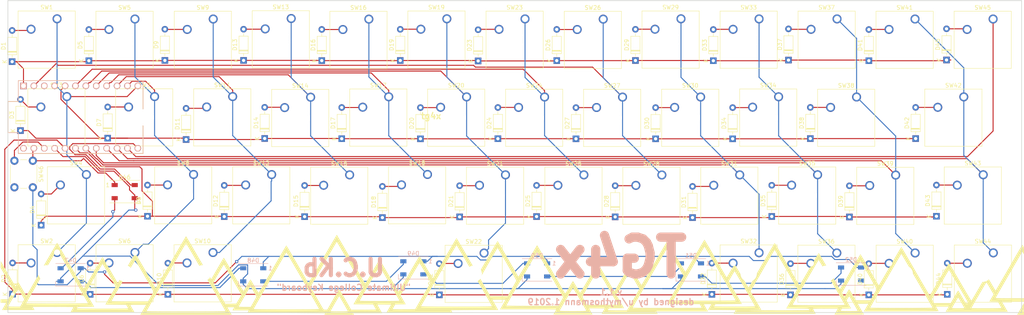
<source format=kicad_pcb>
(kicad_pcb (version 20171130) (host pcbnew "(5.0.2)-1")
  (layers (0 F.Cu signal) (31 B.Cu signal) (34 B.Paste user) (35 F.Paste user) (36 B.SilkS user) (37 F.SilkS user) (38 B.Mask user) (39 F.Mask user) (44 Edge.Cuts user))
  (net 0 "")
  (net 1 "Net-(D1-Pad1)")
  (net 2 "Net-(D1-Pad2)")
  (net 3 "Net-(D10-Pad1)")
  (net 4 "Net-(D2-Pad2)")
  (net 5 "Net-(D3-Pad2)")
  (net 6 "Net-(D11-Pad1)")
  (net 7 "Net-(D4-Pad2)")
  (net 8 "Net-(D12-Pad1)")
  (net 9 "Net-(D5-Pad2)")
  (net 10 "Net-(D6-Pad2)")
  (net 11 "Net-(D7-Pad2)")
  (net 12 "Net-(D8-Pad2)")
  (net 13 "Net-(D9-Pad2)")
  (net 14 "Net-(D10-Pad2)")
  (net 15 "Net-(D11-Pad2)")
  (net 16 "Net-(D12-Pad2)")
  (net 17 "Net-(D13-Pad2)")
  (net 18 "Net-(D14-Pad2)")
  (net 19 "Net-(D15-Pad2)")
  (net 20 "Net-(D16-Pad2)")
  (net 21 "Net-(D17-Pad2)")
  (net 22 "Net-(D18-Pad2)")
  (net 23 "Net-(D19-Pad2)")
  (net 24 "Net-(D20-Pad2)")
  (net 25 "Net-(D21-Pad2)")
  (net 26 "Net-(D22-Pad2)")
  (net 27 "Net-(D23-Pad2)")
  (net 28 "Net-(D24-Pad2)")
  (net 29 "Net-(D25-Pad2)")
  (net 30 "Net-(D26-Pad2)")
  (net 31 "Net-(D27-Pad2)")
  (net 32 "Net-(D28-Pad2)")
  (net 33 "Net-(D29-Pad2)")
  (net 34 "Net-(D30-Pad2)")
  (net 35 "Net-(D31-Pad2)")
  (net 36 "Net-(D32-Pad2)")
  (net 37 "Net-(D33-Pad2)")
  (net 38 "Net-(D34-Pad2)")
  (net 39 "Net-(D35-Pad2)")
  (net 40 "Net-(D36-Pad2)")
  (net 41 "Net-(D37-Pad2)")
  (net 42 "Net-(D38-Pad2)")
  (net 43 "Net-(D39-Pad2)")
  (net 44 "Net-(D40-Pad2)")
  (net 45 "Net-(D41-Pad2)")
  (net 46 "Net-(D42-Pad2)")
  (net 47 "Net-(D43-Pad2)")
  (net 48 "Net-(D44-Pad2)")
  (net 49 "Net-(D45-Pad2)")
  (net 50 "Net-(SW1-Pad1)")
  (net 51 "Net-(SW5-Pad1)")
  (net 52 "Net-(SW10-Pad1)")
  (net 53 "Net-(SW13-Pad1)")
  (net 54 "Net-(SW16-Pad1)")
  (net 55 "Net-(SW19-Pad1)")
  (net 56 "Net-(SW23-Pad1)")
  (net 57 "Net-(SW26-Pad1)")
  (net 58 "Net-(SW29-Pad1)")
  (net 59 "Net-(SW33-Pad1)")
  (net 60 "Net-(SW37-Pad1)")
  (net 61 "Net-(SW41-Pad1)")
  (net 62 "Net-(SW45-Pad1)")
  (net 63 "Net-(U1-Pad3)")
  (net 64 "Net-(U1-Pad4)")
  (net 65 "Net-(U1-Pad24)")
  (net 66 "Net-(D46-Pad3)")
  (net 67 "Net-(D46-Pad4)")
  (net 68 "Net-(D46-Pad2)")
  (net 69 "Net-(D46-Pad1)")
  (net 70 "Net-(SW46-Pad2)")
  (net 71 "Net-(D47-Pad2)")
  (net 72 "Net-(D48-Pad2)")
  (net 73 "Net-(D49-Pad2)")
  (net 74 "Net-(D50-Pad2)")
  (net 75 "Net-(D51-Pad2)")
  (net 76 "Net-(D52-Pad2)")
  (module Button_Switch_Keyboard:SW_Cherry_MX1A_1.00u_Plate (layer F.Cu) (at 89.5858 81.3562)
    (fp_text reference SW12 (at -2.54 -2.794) (layer F.SilkS))
    (fp_text value SW_Push)
    (pad 1 thru_hole circle (at 0 0) (size 2.2 2.2) (drill 1.5) (layers *.Cu *.Mask) (net 52 "Net-(SW10-Pad1)"))
    (pad 2 thru_hole circle (at -6.35 2.54) (size 2.2 2.2) (drill 1.5) (layers *.Cu *.Mask) (net 16 "Net-(D12-Pad2)"))
    (pad "" np_thru_hole circle (at -2.54 5.08) (size 4 4) (drill 4) (layers *.Cu *.Mask))
  )
  (module Button_Switch_THT:SW_PUSH_6mm (layer F.Cu) (at 31.242 77.978 270)
    (fp_text reference SW46 (at 3.25 -2 270) (layer F.SilkS))
    (fp_text value SW_Push)
    (pad 2 thru_hole circle (at 0 4.5) (size 2 2) (drill 1.1) (layers *.Cu *.Mask) (net 70 "Net-(SW46-Pad2)"))
    (pad 1 thru_hole circle (at 0 0) (size 2 2) (drill 1.1) (layers *.Cu *.Mask) (net 69 "Net-(D46-Pad1)"))
    (pad 2 thru_hole circle (at 6.5 4.5) (size 2 2) (drill 1.1) (layers *.Cu *.Mask) (net 70 "Net-(SW46-Pad2)"))
    (pad 1 thru_hole circle (at 6.5 0) (size 2 2) (drill 1.1) (layers *.Cu *.Mask) (net 69 "Net-(D46-Pad1)"))
  )
  (module Button_Switch_Keyboard:SW_Cherry_MX1A_1.75u_Plate (layer F.Cu) (at 44.323 81.3562)
    (fp_text reference SW4 (at -2.54 -2.794) (layer F.SilkS))
    (fp_text value SW_Push)
    (pad 1 thru_hole circle (at 0 0) (size 2.2 2.2) (drill 1.5) (layers *.Cu *.Mask) (net 50 "Net-(SW1-Pad1)"))
    (pad 2 thru_hole circle (at -6.35 2.54) (size 2.2 2.2) (drill 1.5) (layers *.Cu *.Mask) (net 7 "Net-(D4-Pad2)"))
    (pad "" np_thru_hole circle (at -2.54 5.08) (size 4 4) (drill 4) (layers *.Cu *.Mask))
  )
  (module Button_Switch_Keyboard:SW_Cherry_MX1A_1.25u_Plate (layer F.Cu) (at 39.5478 62.3062)
    (fp_text reference SW3 (at -2.54 -2.794) (layer F.SilkS))
    (fp_text value SW_Push)
    (pad 1 thru_hole circle (at 0 0) (size 2.2 2.2) (drill 1.5) (layers *.Cu *.Mask) (net 50 "Net-(SW1-Pad1)"))
    (pad 2 thru_hole circle (at -6.35 2.54) (size 2.2 2.2) (drill 1.5) (layers *.Cu *.Mask) (net 5 "Net-(D3-Pad2)"))
    (pad "" np_thru_hole circle (at -2.54 5.08) (size 4 4) (drill 4) (layers *.Cu *.Mask))
  )
  (module promicro:ProMicro (layer B.Cu) (at 42.926 67.31)
    (fp_text reference U1 hide)
    (fp_text value ProMicro)
    (pad 1 thru_hole rect (at -13.97 -7.62) (size 1.6 1.6) (drill 1.1) (layers *.Cu *.Mask B.SilkS) (net 1 "Net-(D1-Pad1)"))
    (pad 2 thru_hole circle (at -11.43 -7.62) (size 1.6 1.6) (drill 1.1) (layers *.Cu *.Mask B.SilkS) (net 57 "Net-(SW26-Pad1)"))
    (pad 3 thru_hole circle (at -8.89 -7.62) (size 1.6 1.6) (drill 1.1) (layers *.Cu *.Mask B.SilkS) (net 63 "Net-(U1-Pad3)"))
    (pad 4 thru_hole circle (at -6.35 -7.62) (size 1.6 1.6) (drill 1.1) (layers *.Cu *.Mask B.SilkS) (net 64 "Net-(U1-Pad4)"))
    (pad 5 thru_hole circle (at -3.81 -7.62) (size 1.6 1.6) (drill 1.1) (layers *.Cu *.Mask B.SilkS) (net 6 "Net-(D11-Pad1)"))
    (pad 6 thru_hole circle (at -1.27 -7.62) (size 1.6 1.6) (drill 1.1) (layers *.Cu *.Mask B.SilkS) (net 56 "Net-(SW23-Pad1)"))
    (pad 7 thru_hole circle (at 1.27 -7.62) (size 1.6 1.6) (drill 1.1) (layers *.Cu *.Mask B.SilkS) (net 55 "Net-(SW19-Pad1)"))
    (pad 8 thru_hole circle (at 3.81 -7.62) (size 1.6 1.6) (drill 1.1) (layers *.Cu *.Mask B.SilkS) (net 54 "Net-(SW16-Pad1)"))
    (pad 9 thru_hole circle (at 6.35 -7.62) (size 1.6 1.6) (drill 1.1) (layers *.Cu *.Mask B.SilkS) (net 53 "Net-(SW13-Pad1)"))
    (pad 10 thru_hole circle (at 8.89 -7.62) (size 1.6 1.6) (drill 1.1) (layers *.Cu *.Mask B.SilkS) (net 52 "Net-(SW10-Pad1)"))
    (pad 11 thru_hole circle (at 11.43 -7.62) (size 1.6 1.6) (drill 1.1) (layers *.Cu *.Mask B.SilkS) (net 51 "Net-(SW5-Pad1)"))
    (pad 12 thru_hole circle (at 13.97 -7.62) (size 1.6 1.6) (drill 1.1) (layers *.Cu *.Mask B.SilkS) (net 50 "Net-(SW1-Pad1)"))
    (pad 13 thru_hole circle (at 13.97 7.62) (size 1.6 1.6) (drill 1.1) (layers *.Cu *.Mask B.SilkS) (net 67 "Net-(D46-Pad4)"))
    (pad 14 thru_hole circle (at 11.43 7.62) (size 1.6 1.6) (drill 1.1) (layers *.Cu *.Mask B.SilkS) (net 62 "Net-(SW45-Pad1)"))
    (pad 15 thru_hole circle (at 8.89 7.62) (size 1.6 1.6) (drill 1.1) (layers *.Cu *.Mask B.SilkS) (net 61 "Net-(SW41-Pad1)"))
    (pad 16 thru_hole circle (at 6.35 7.62) (size 1.6 1.6) (drill 1.1) (layers *.Cu *.Mask B.SilkS) (net 60 "Net-(SW37-Pad1)"))
    (pad 17 thru_hole circle (at 3.81 7.62) (size 1.6 1.6) (drill 1.1) (layers *.Cu *.Mask B.SilkS) (net 59 "Net-(SW33-Pad1)"))
    (pad 18 thru_hole circle (at 1.27 7.62) (size 1.6 1.6) (drill 1.1) (layers *.Cu *.Mask B.SilkS) (net 58 "Net-(SW29-Pad1)"))
    (pad 19 thru_hole circle (at -1.27 7.62) (size 1.6 1.6) (drill 1.1) (layers *.Cu *.Mask B.SilkS) (net 8 "Net-(D12-Pad1)"))
    (pad 20 thru_hole circle (at -3.81 7.62) (size 1.6 1.6) (drill 1.1) (layers *.Cu *.Mask B.SilkS) (net 3 "Net-(D10-Pad1)"))
    (pad 21 thru_hole circle (at -6.35 7.62) (size 1.6 1.6) (drill 1.1) (layers *.Cu *.Mask B.SilkS) (net 66 "Net-(D46-Pad3)"))
    (pad 22 thru_hole circle (at -8.89 7.62) (size 1.6 1.6) (drill 1.1) (layers *.Cu *.Mask B.SilkS) (net 70 "Net-(SW46-Pad2)"))
    (pad 23 thru_hole circle (at -11.43 7.62) (size 1.6 1.6) (drill 1.1) (layers *.Cu *.Mask B.SilkS) (net 69 "Net-(D46-Pad1)"))
    (pad 24 thru_hole circle (at -13.97 7.62) (size 1.6 1.6) (drill 1.1) (layers *.Cu *.Mask B.SilkS) (net 65 "Net-(U1-Pad24)"))
  )
  (module Diode_THT:D_DO-35_SOD27_P7.62mm_Horizontal (layer F.Cu) (at 49.53 72.4662 90)
    (fp_text reference D7 (at 3.81 -2.12 90) (layer F.SilkS))
    (fp_text value 1N4148)
    (fp_text user K (at 0 -1.8 90) (layer F.SilkS))
    (pad 1 thru_hole rect (at 0 0 90) (size 1.6 1.6) (drill 0.8) (layers *.Cu *.Mask) (net 6 "Net-(D11-Pad1)"))
    (pad 2 thru_hole oval (at 7.62 0 90) (size 1.6 1.6) (drill 0.8) (layers *.Cu *.Mask) (net 11 "Net-(D7-Pad2)"))
  )
  (module Diode_THT:D_DO-35_SOD27_P7.62mm_Horizontal (layer F.Cu) (at 230.7336 91.7194 90)
    (fp_text reference D39 (at 3.81 -2.12 90) (layer F.SilkS))
    (fp_text value 1N4148)
    (fp_text user K (at 0 -1.8 90) (layer F.SilkS))
    (pad 2 thru_hole oval (at 7.62 0 90) (size 1.6 1.6) (drill 0.8) (layers *.Cu *.Mask) (net 43 "Net-(D39-Pad2)"))
    (pad 1 thru_hole rect (at 0 0 90) (size 1.6 1.6) (drill 0.8) (layers *.Cu *.Mask) (net 8 "Net-(D12-Pad1)"))
  )
  (module Diode_THT:D_DO-35_SOD27_P7.62mm_Horizontal (layer F.Cu) (at 26.1874 53.7718 90)
    (fp_text reference D1 (at 3.81 -2.12 90) (layer F.SilkS))
    (fp_text value 1N4148)
    (fp_text user K (at 0 -1.8 90) (layer F.SilkS))
    (pad 1 thru_hole rect (at 0 0 90) (size 1.6 1.6) (drill 0.8) (layers *.Cu *.Mask) (net 1 "Net-(D1-Pad1)"))
    (pad 2 thru_hole oval (at 7.62 0 90) (size 1.6 1.6) (drill 0.8) (layers *.Cu *.Mask) (net 2 "Net-(D1-Pad2)"))
  )
  (module Diode_THT:D_DO-35_SOD27_P7.62mm_Horizontal (layer F.Cu) (at 45.2374 110.617 90)
    (fp_text reference D6 (at 3.81 -2.12 90) (layer F.SilkS))
    (fp_text value 1N4148)
    (fp_text user K (at 0 -1.8 90) (layer F.SilkS))
    (pad 1 thru_hole rect (at 0 0 90) (size 1.6 1.6) (drill 0.8) (layers *.Cu *.Mask) (net 3 "Net-(D10-Pad1)"))
    (pad 2 thru_hole oval (at 7.62 0 90) (size 1.6 1.6) (drill 0.8) (layers *.Cu *.Mask) (net 10 "Net-(D6-Pad2)"))
  )
  (module Diode_THT:D_DO-35_SOD27_P7.62mm_Horizontal (layer F.Cu) (at 59.2582 91.5416 90)
    (fp_text reference D8 (at 3.81 -2.12 90) (layer F.SilkS))
    (fp_text value 1N4148)
    (fp_text user K (at 0 -1.8 90) (layer F.SilkS))
    (pad 1 thru_hole rect (at 0 0 90) (size 1.6 1.6) (drill 0.8) (layers *.Cu *.Mask) (net 8 "Net-(D12-Pad1)"))
    (pad 2 thru_hole oval (at 7.62 0 90) (size 1.6 1.6) (drill 0.8) (layers *.Cu *.Mask) (net 12 "Net-(D8-Pad2)"))
  )
  (module Diode_THT:D_DO-35_SOD27_P7.62mm_Horizontal (layer F.Cu) (at 64.2366 110.617 90)
    (fp_text reference D10 (at 3.81 -2.12 90) (layer F.SilkS))
    (fp_text value 1N4148)
    (fp_text user K (at 0 -1.8 90) (layer F.SilkS))
    (pad 2 thru_hole oval (at 7.62 0 90) (size 1.6 1.6) (drill 0.8) (layers *.Cu *.Mask) (net 14 "Net-(D10-Pad2)"))
    (pad 1 thru_hole rect (at 0 0 90) (size 1.6 1.6) (drill 0.8) (layers *.Cu *.Mask) (net 3 "Net-(D10-Pad1)"))
  )
  (module Diode_THT:D_DO-35_SOD27_P7.62mm_Horizontal (layer F.Cu) (at 26.289 110.5662 90)
    (fp_text reference D2 (at 3.81 -2.12 90) (layer F.SilkS))
    (fp_text value 1N4148)
    (fp_text user K (at 0 -1.8 90) (layer F.SilkS))
    (pad 2 thru_hole oval (at 7.62 0 90) (size 1.6 1.6) (drill 0.8) (layers *.Cu *.Mask) (net 4 "Net-(D2-Pad2)"))
    (pad 1 thru_hole rect (at 0 0 90) (size 1.6 1.6) (drill 0.8) (layers *.Cu *.Mask) (net 3 "Net-(D10-Pad1)"))
  )
  (module Diode_THT:D_DO-35_SOD27_P7.62mm_Horizontal (layer F.Cu) (at 251.9934 91.5416 90)
    (fp_text reference D43 (at 3.81 -2.12 90) (layer F.SilkS))
    (fp_text value 1N4148)
    (fp_text user K (at 0 -1.8 90) (layer F.SilkS))
    (pad 2 thru_hole oval (at 7.62 0 90) (size 1.6 1.6) (drill 0.8) (layers *.Cu *.Mask) (net 47 "Net-(D43-Pad2)"))
    (pad 1 thru_hole rect (at 0 0 90) (size 1.6 1.6) (drill 0.8) (layers *.Cu *.Mask) (net 8 "Net-(D12-Pad1)"))
  )
  (module Diode_THT:D_DO-35_SOD27_P7.62mm_Horizontal (layer F.Cu) (at 246.9134 72.5678 90)
    (fp_text reference D42 (at 3.81 -2.12 90) (layer F.SilkS))
    (fp_text value 1N4148)
    (fp_text user K (at 0 -1.8 90) (layer F.SilkS))
    (pad 2 thru_hole oval (at 7.62 0 90) (size 1.6 1.6) (drill 0.8) (layers *.Cu *.Mask) (net 46 "Net-(D42-Pad2)"))
    (pad 1 thru_hole rect (at 0 0 90) (size 1.6 1.6) (drill 0.8) (layers *.Cu *.Mask) (net 6 "Net-(D11-Pad1)"))
  )
  (module Button_Switch_Keyboard:SW_Cherry_MX1A_1.00u_Plate (layer F.Cu) (at 232.4862 62.4078)
    (fp_text reference SW38 (at -2.54 -2.794) (layer F.SilkS))
    (fp_text value SW_Push)
    (pad 1 thru_hole circle (at 0 0) (size 2.2 2.2) (drill 1.5) (layers *.Cu *.Mask) (net 60 "Net-(SW37-Pad1)"))
    (pad 2 thru_hole circle (at -6.35 2.54) (size 2.2 2.2) (drill 1.5) (layers *.Cu *.Mask) (net 42 "Net-(D38-Pad2)"))
    (pad "" np_thru_hole circle (at -2.54 5.08) (size 4 4) (drill 4) (layers *.Cu *.Mask))
  )
  (module Diode_THT:D_DO-35_SOD27_P7.62mm_Horizontal (layer F.Cu) (at 221.1832 72.5678 90)
    (fp_text reference D38 (at 3.81 -2.12 90) (layer F.SilkS))
    (fp_text value 1N4148)
    (fp_text user K (at 0 -1.8 90) (layer F.SilkS))
    (pad 1 thru_hole rect (at 0 0 90) (size 1.6 1.6) (drill 0.8) (layers *.Cu *.Mask) (net 6 "Net-(D11-Pad1)"))
    (pad 2 thru_hole oval (at 7.62 0 90) (size 1.6 1.6) (drill 0.8) (layers *.Cu *.Mask) (net 42 "Net-(D38-Pad2)"))
  )
  (module Diode_THT:D_DO-35_SOD27_P7.62mm_Horizontal (layer F.Cu) (at 33.274 93.726 90)
    (fp_text reference D4 (at 3.81 -2.12 90) (layer F.SilkS))
    (fp_text value 1N4148)
    (fp_text user K (at 0 -1.8 90) (layer F.SilkS))
    (pad 1 thru_hole rect (at 0 0 90) (size 1.6 1.6) (drill 0.8) (layers *.Cu *.Mask) (net 8 "Net-(D12-Pad1)"))
    (pad 2 thru_hole oval (at 7.62 0 90) (size 1.6 1.6) (drill 0.8) (layers *.Cu *.Mask) (net 7 "Net-(D4-Pad2)"))
  )
  (module Diode_THT:D_DO-35_SOD27_P7.62mm_Horizontal (layer F.Cu) (at 44.9326 53.5432 90)
    (fp_text reference D5 (at 3.81 -2.12 90) (layer F.SilkS))
    (fp_text value 1N4148)
    (fp_text user K (at 0 -1.8 90) (layer F.SilkS))
    (pad 2 thru_hole oval (at 7.62 0 90) (size 1.6 1.6) (drill 0.8) (layers *.Cu *.Mask) (net 9 "Net-(D5-Pad2)"))
    (pad 1 thru_hole rect (at 0 0 90) (size 1.6 1.6) (drill 0.8) (layers *.Cu *.Mask) (net 1 "Net-(D1-Pad1)"))
  )
  (module Button_Switch_Keyboard:SW_Cherry_MX1A_1.00u_Plate (layer F.Cu) (at 37.1602 100.4062)
    (fp_text reference SW2 (at -2.54 -2.794) (layer F.SilkS))
    (fp_text value SW_Push)
    (pad "" np_thru_hole circle (at -2.54 5.08) (size 4 4) (drill 4) (layers *.Cu *.Mask))
    (pad 2 thru_hole circle (at -6.35 2.54) (size 2.2 2.2) (drill 1.5) (layers *.Cu *.Mask) (net 4 "Net-(D2-Pad2)"))
    (pad 1 thru_hole circle (at 0 0) (size 2.2 2.2) (drill 1.5) (layers *.Cu *.Mask) (net 50 "Net-(SW1-Pad1)"))
  )
  (module Button_Switch_Keyboard:SW_Cherry_MX1A_1.00u_Plate (layer F.Cu) (at 227.711 43.3324)
    (fp_text reference SW37 (at -2.54 -2.794) (layer F.SilkS))
    (fp_text value SW_Push)
    (pad "" np_thru_hole circle (at -2.54 5.08) (size 4 4) (drill 4) (layers *.Cu *.Mask))
    (pad 2 thru_hole circle (at -6.35 2.54) (size 2.2 2.2) (drill 1.5) (layers *.Cu *.Mask) (net 41 "Net-(D37-Pad2)"))
    (pad 1 thru_hole circle (at 0 0) (size 2.2 2.2) (drill 1.5) (layers *.Cu *.Mask) (net 60 "Net-(SW37-Pad1)"))
  )
  (module Diode_THT:D_DO-35_SOD27_P7.62mm_Horizontal (layer F.Cu) (at 28.2194 70.612 90)
    (fp_text reference D3 (at 3.81 -2.12 90) (layer F.SilkS))
    (fp_text value 1N4148)
    (fp_text user K (at 0 -1.8 90) (layer F.SilkS))
    (pad 2 thru_hole oval (at 7.62 0 90) (size 1.6 1.6) (drill 0.8) (layers *.Cu *.Mask) (net 5 "Net-(D3-Pad2)"))
    (pad 1 thru_hole rect (at 0 0 90) (size 1.6 1.6) (drill 0.8) (layers *.Cu *.Mask) (net 6 "Net-(D11-Pad1)"))
  )
  (module Diode_THT:D_DO-35_SOD27_P7.62mm_Horizontal (layer F.Cu) (at 63.5 53.467 90)
    (fp_text reference D9 (at 3.81 -2.12 90) (layer F.SilkS))
    (fp_text value 1N4148)
    (fp_text user K (at 0 -1.8 90) (layer F.SilkS))
    (pad 1 thru_hole rect (at 0 0 90) (size 1.6 1.6) (drill 0.8) (layers *.Cu *.Mask) (net 1 "Net-(D1-Pad1)"))
    (pad 2 thru_hole oval (at 7.62 0 90) (size 1.6 1.6) (drill 0.8) (layers *.Cu *.Mask) (net 13 "Net-(D9-Pad2)"))
  )
  (module Diode_THT:D_DO-35_SOD27_P7.62mm_Horizontal (layer F.Cu) (at 68.6816 72.7964 90)
    (fp_text reference D11 (at 3.81 -2.12 90) (layer F.SilkS))
    (fp_text value 1N4148)
    (fp_text user K (at 0 -1.8 90) (layer F.SilkS))
    (pad 2 thru_hole oval (at 7.62 0 90) (size 1.6 1.6) (drill 0.8) (layers *.Cu *.Mask) (net 15 "Net-(D11-Pad2)"))
    (pad 1 thru_hole rect (at 0 0 90) (size 1.6 1.6) (drill 0.8) (layers *.Cu *.Mask) (net 6 "Net-(D11-Pad1)"))
  )
  (module Diode_THT:D_DO-35_SOD27_P7.62mm_Horizontal (layer F.Cu) (at 82.7278 53.467 90)
    (fp_text reference D13 (at 3.81 -2.12 90) (layer F.SilkS))
    (fp_text value 1N4148)
    (fp_text user K (at 0 -1.8 90) (layer F.SilkS))
    (pad 1 thru_hole rect (at 0 0 90) (size 1.6 1.6) (drill 0.8) (layers *.Cu *.Mask) (net 1 "Net-(D1-Pad1)"))
    (pad 2 thru_hole oval (at 7.62 0 90) (size 1.6 1.6) (drill 0.8) (layers *.Cu *.Mask) (net 17 "Net-(D13-Pad2)"))
  )
  (module Diode_THT:D_DO-35_SOD27_P7.62mm_Horizontal (layer F.Cu) (at 97.6376 91.6432 90)
    (fp_text reference D15 (at 3.81 -2.12 90) (layer F.SilkS))
    (fp_text value 1N4148)
    (fp_text user K (at 0 -1.8 90) (layer F.SilkS))
    (pad 1 thru_hole rect (at 0 0 90) (size 1.6 1.6) (drill 0.8) (layers *.Cu *.Mask) (net 8 "Net-(D12-Pad1)"))
    (pad 2 thru_hole oval (at 7.62 0 90) (size 1.6 1.6) (drill 0.8) (layers *.Cu *.Mask) (net 19 "Net-(D15-Pad2)"))
  )
  (module Diode_THT:D_DO-35_SOD27_P7.62mm_Horizontal (layer F.Cu) (at 101.8286 53.5178 90)
    (fp_text reference D16 (at 3.81 -2.12 90) (layer F.SilkS))
    (fp_text value 1N4148)
    (fp_text user K (at 0 -1.8 90) (layer F.SilkS))
    (pad 2 thru_hole oval (at 7.62 0 90) (size 1.6 1.6) (drill 0.8) (layers *.Cu *.Mask) (net 20 "Net-(D16-Pad2)"))
    (pad 1 thru_hole rect (at 0 0 90) (size 1.6 1.6) (drill 0.8) (layers *.Cu *.Mask) (net 1 "Net-(D1-Pad1)"))
  )
  (module Diode_THT:D_DO-35_SOD27_P7.62mm_Horizontal (layer F.Cu) (at 106.7054 72.5932 90)
    (fp_text reference D17 (at 3.81 -2.12 90) (layer F.SilkS))
    (fp_text value 1N4148)
    (fp_text user K (at 0 -1.8 90) (layer F.SilkS))
    (pad 1 thru_hole rect (at 0 0 90) (size 1.6 1.6) (drill 0.8) (layers *.Cu *.Mask) (net 6 "Net-(D11-Pad1)"))
    (pad 2 thru_hole oval (at 7.62 0 90) (size 1.6 1.6) (drill 0.8) (layers *.Cu *.Mask) (net 21 "Net-(D17-Pad2)"))
  )
  (module Diode_THT:D_DO-35_SOD27_P7.62mm_Horizontal (layer F.Cu) (at 116.6368 91.8718 90)
    (fp_text reference D18 (at 3.81 -2.12 90) (layer F.SilkS))
    (fp_text value 1N4148)
    (fp_text user K (at 0 -1.8 90) (layer F.SilkS))
    (pad 2 thru_hole oval (at 7.62 0 90) (size 1.6 1.6) (drill 0.8) (layers *.Cu *.Mask) (net 22 "Net-(D18-Pad2)"))
    (pad 1 thru_hole rect (at 0 0 90) (size 1.6 1.6) (drill 0.8) (layers *.Cu *.Mask) (net 8 "Net-(D12-Pad1)"))
  )
  (module Diode_THT:D_DO-35_SOD27_P7.62mm_Horizontal (layer F.Cu) (at 121.0056 53.4924 90)
    (fp_text reference D19 (at 3.81 -2.12 90) (layer F.SilkS))
    (fp_text value 1N4148)
    (fp_text user K (at 0 -1.8 90) (layer F.SilkS))
    (pad 1 thru_hole rect (at 0 0 90) (size 1.6 1.6) (drill 0.8) (layers *.Cu *.Mask) (net 1 "Net-(D1-Pad1)"))
    (pad 2 thru_hole oval (at 7.62 0 90) (size 1.6 1.6) (drill 0.8) (layers *.Cu *.Mask) (net 23 "Net-(D19-Pad2)"))
  )
  (module Diode_THT:D_DO-35_SOD27_P7.62mm_Horizontal (layer F.Cu) (at 130.556 110.744 90)
    (fp_text reference D22 (at 3.81 -2.12 90) (layer F.SilkS))
    (fp_text value 1N4148)
    (fp_text user K (at 0 -1.8 90) (layer F.SilkS))
    (pad 2 thru_hole oval (at 7.62 0 90) (size 1.6 1.6) (drill 0.8) (layers *.Cu *.Mask) (net 26 "Net-(D22-Pad2)"))
    (pad 1 thru_hole rect (at 0 0 90) (size 1.6 1.6) (drill 0.8) (layers *.Cu *.Mask) (net 3 "Net-(D10-Pad1)"))
  )
  (module Diode_THT:D_DO-35_SOD27_P7.62mm_Horizontal (layer F.Cu) (at 78.0034 91.6178 90)
    (fp_text reference D12 (at 3.81 -2.12 90) (layer F.SilkS))
    (fp_text value 1N4148)
    (fp_text user K (at 0 -1.8 90) (layer F.SilkS))
    (pad 2 thru_hole oval (at 7.62 0 90) (size 1.6 1.6) (drill 0.8) (layers *.Cu *.Mask) (net 16 "Net-(D12-Pad2)"))
    (pad 1 thru_hole rect (at 0 0 90) (size 1.6 1.6) (drill 0.8) (layers *.Cu *.Mask) (net 8 "Net-(D12-Pad1)"))
  )
  (module Diode_THT:D_DO-35_SOD27_P7.62mm_Horizontal (layer F.Cu) (at 140.0302 53.594 90)
    (fp_text reference D23 (at 3.81 -2.12 90) (layer F.SilkS))
    (fp_text value 1N4148)
    (fp_text user K (at 0 -1.8 90) (layer F.SilkS))
    (pad 1 thru_hole rect (at 0 0 90) (size 1.6 1.6) (drill 0.8) (layers *.Cu *.Mask) (net 1 "Net-(D1-Pad1)"))
    (pad 2 thru_hole oval (at 7.62 0 90) (size 1.6 1.6) (drill 0.8) (layers *.Cu *.Mask) (net 27 "Net-(D23-Pad2)"))
  )
  (module Diode_THT:D_DO-35_SOD27_P7.62mm_Horizontal (layer F.Cu) (at 87.884 72.5424 90)
    (fp_text reference D14 (at 3.81 -2.12 90) (layer F.SilkS))
    (fp_text value 1N4148)
    (fp_text user K (at 0 -1.8 90) (layer F.SilkS))
    (pad 2 thru_hole oval (at 7.62 0 90) (size 1.6 1.6) (drill 0.8) (layers *.Cu *.Mask) (net 18 "Net-(D14-Pad2)"))
    (pad 1 thru_hole rect (at 0 0 90) (size 1.6 1.6) (drill 0.8) (layers *.Cu *.Mask) (net 6 "Net-(D11-Pad1)"))
  )
  (module Diode_THT:D_DO-35_SOD27_P7.62mm_Horizontal (layer F.Cu) (at 154.305 91.6178 90)
    (fp_text reference D25 (at 3.81 -2.12 90) (layer F.SilkS))
    (fp_text value 1N4148)
    (fp_text user K (at 0 -1.8 90) (layer F.SilkS))
    (pad 1 thru_hole rect (at 0 0 90) (size 1.6 1.6) (drill 0.8) (layers *.Cu *.Mask) (net 8 "Net-(D12-Pad1)"))
    (pad 2 thru_hole oval (at 7.62 0 90) (size 1.6 1.6) (drill 0.8) (layers *.Cu *.Mask) (net 29 "Net-(D25-Pad2)"))
  )
  (module Diode_THT:D_DO-35_SOD27_P7.62mm_Horizontal (layer F.Cu) (at 159.2326 53.5178 90)
    (fp_text reference D26 (at 3.81 -2.12 90) (layer F.SilkS))
    (fp_text value 1N4148)
    (fp_text user K (at 0 -1.8 90) (layer F.SilkS))
    (pad 2 thru_hole oval (at 7.62 0 90) (size 1.6 1.6) (drill 0.8) (layers *.Cu *.Mask) (net 30 "Net-(D26-Pad2)"))
    (pad 1 thru_hole rect (at 0 0 90) (size 1.6 1.6) (drill 0.8) (layers *.Cu *.Mask) (net 1 "Net-(D1-Pad1)"))
  )
  (module Diode_THT:D_DO-35_SOD27_P7.62mm_Horizontal (layer F.Cu) (at 125.9332 72.6186 90)
    (fp_text reference D20 (at 3.81 -2.12 90) (layer F.SilkS))
    (fp_text value 1N4148)
    (fp_text user K (at 0 -1.8 90) (layer F.SilkS))
    (pad 2 thru_hole oval (at 7.62 0 90) (size 1.6 1.6) (drill 0.8) (layers *.Cu *.Mask) (net 24 "Net-(D20-Pad2)"))
    (pad 1 thru_hole rect (at 0 0 90) (size 1.6 1.6) (drill 0.8) (layers *.Cu *.Mask) (net 6 "Net-(D11-Pad1)"))
  )
  (module Diode_THT:D_DO-35_SOD27_P7.62mm_Horizontal (layer F.Cu) (at 135.509 91.694 90)
    (fp_text reference D21 (at 3.81 -2.12 90) (layer F.SilkS))
    (fp_text value 1N4148)
    (fp_text user K (at 0 -1.8 90) (layer F.SilkS))
    (pad 1 thru_hole rect (at 0 0 90) (size 1.6 1.6) (drill 0.8) (layers *.Cu *.Mask) (net 8 "Net-(D12-Pad1)"))
    (pad 2 thru_hole oval (at 7.62 0 90) (size 1.6 1.6) (drill 0.8) (layers *.Cu *.Mask) (net 25 "Net-(D21-Pad2)"))
  )
  (module Diode_THT:D_DO-35_SOD27_P7.62mm_Horizontal (layer F.Cu) (at 163.9316 72.6186 90)
    (fp_text reference D27 (at 3.81 -2.12 90) (layer F.SilkS))
    (fp_text value 1N4148)
    (fp_text user K (at 0 -1.8 90) (layer F.SilkS))
    (pad 1 thru_hole rect (at 0 0 90) (size 1.6 1.6) (drill 0.8) (layers *.Cu *.Mask) (net 6 "Net-(D11-Pad1)"))
    (pad 2 thru_hole oval (at 7.62 0 90) (size 1.6 1.6) (drill 0.8) (layers *.Cu *.Mask) (net 31 "Net-(D27-Pad2)"))
  )
  (module Diode_THT:D_DO-35_SOD27_P7.62mm_Horizontal (layer F.Cu) (at 173.5074 91.694 90)
    (fp_text reference D28 (at 3.81 -2.12 90) (layer F.SilkS))
    (fp_text value 1N4148)
    (fp_text user K (at 0 -1.8 90) (layer F.SilkS))
    (pad 2 thru_hole oval (at 7.62 0 90) (size 1.6 1.6) (drill 0.8) (layers *.Cu *.Mask) (net 32 "Net-(D28-Pad2)"))
    (pad 1 thru_hole rect (at 0 0 90) (size 1.6 1.6) (drill 0.8) (layers *.Cu *.Mask) (net 8 "Net-(D12-Pad1)"))
  )
  (module Diode_THT:D_DO-35_SOD27_P7.62mm_Horizontal (layer F.Cu) (at 144.8562 72.5932 90)
    (fp_text reference D24 (at 3.81 -2.12 90) (layer F.SilkS))
    (fp_text value 1N4148)
    (fp_text user K (at 0 -1.8 90) (layer F.SilkS))
    (pad 2 thru_hole oval (at 7.62 0 90) (size 1.6 1.6) (drill 0.8) (layers *.Cu *.Mask) (net 28 "Net-(D24-Pad2)"))
    (pad 1 thru_hole rect (at 0 0 90) (size 1.6 1.6) (drill 0.8) (layers *.Cu *.Mask) (net 6 "Net-(D11-Pad1)"))
  )
  (module Diode_THT:D_DO-35_SOD27_P7.62mm_Horizontal (layer F.Cu) (at 216.3318 110.744 90)
    (fp_text reference D36 (at 3.81 -2.12 90) (layer F.SilkS))
    (fp_text value 1N4148)
    (fp_text user K (at 0 -1.8 90) (layer F.SilkS))
    (pad 2 thru_hole oval (at 7.62 0 90) (size 1.6 1.6) (drill 0.8) (layers *.Cu *.Mask) (net 40 "Net-(D36-Pad2)"))
    (pad 1 thru_hole rect (at 0 0 90) (size 1.6 1.6) (drill 0.8) (layers *.Cu *.Mask) (net 3 "Net-(D10-Pad1)"))
  )
  (module Diode_THT:D_DO-35_SOD27_P7.62mm_Horizontal (layer F.Cu) (at 215.8492 53.3908 90)
    (fp_text reference D37 (at 3.81 -2.12 90) (layer F.SilkS))
    (fp_text value 1N4148)
    (fp_text user K (at 0 -1.8 90) (layer F.SilkS))
    (pad 1 thru_hole rect (at 0 0 90) (size 1.6 1.6) (drill 0.8) (layers *.Cu *.Mask) (net 1 "Net-(D1-Pad1)"))
    (pad 2 thru_hole oval (at 7.62 0 90) (size 1.6 1.6) (drill 0.8) (layers *.Cu *.Mask) (net 41 "Net-(D37-Pad2)"))
  )
  (module Diode_THT:D_DO-35_SOD27_P7.62mm_Horizontal (layer F.Cu) (at 192.405 91.8718 90)
    (fp_text reference D31 (at 3.81 -2.12 90) (layer F.SilkS))
    (fp_text value 1N4148)
    (fp_text user K (at 0 -1.8 90) (layer F.SilkS))
    (pad 1 thru_hole rect (at 0 0 90) (size 1.6 1.6) (drill 0.8) (layers *.Cu *.Mask) (net 8 "Net-(D12-Pad1)"))
    (pad 2 thru_hole oval (at 7.62 0 90) (size 1.6 1.6) (drill 0.8) (layers *.Cu *.Mask) (net 35 "Net-(D31-Pad2)"))
  )
  (module Diode_THT:D_DO-35_SOD27_P7.62mm_Horizontal (layer F.Cu) (at 178.4604 53.4924 90)
    (fp_text reference D29 (at 3.81 -2.12 90) (layer F.SilkS))
    (fp_text value 1N4148)
    (fp_text user K (at 0 -1.8 90) (layer F.SilkS))
    (pad 1 thru_hole rect (at 0 0 90) (size 1.6 1.6) (drill 0.8) (layers *.Cu *.Mask) (net 1 "Net-(D1-Pad1)"))
    (pad 2 thru_hole oval (at 7.62 0 90) (size 1.6 1.6) (drill 0.8) (layers *.Cu *.Mask) (net 33 "Net-(D29-Pad2)"))
  )
  (module Diode_THT:D_DO-35_SOD27_P7.62mm_Horizontal (layer F.Cu) (at 202.2094 72.6186 90)
    (fp_text reference D34 (at 3.81 -2.12 90) (layer F.SilkS))
    (fp_text value 1N4148)
    (fp_text user K (at 0 -1.8 90) (layer F.SilkS))
    (pad 2 thru_hole oval (at 7.62 0 90) (size 1.6 1.6) (drill 0.8) (layers *.Cu *.Mask) (net 38 "Net-(D34-Pad2)"))
    (pad 1 thru_hole rect (at 0 0 90) (size 1.6 1.6) (drill 0.8) (layers *.Cu *.Mask) (net 6 "Net-(D11-Pad1)"))
  )
  (module Diode_THT:D_DO-35_SOD27_P7.62mm_Horizontal (layer F.Cu) (at 197.485 53.5432 90)
    (fp_text reference D33 (at 3.81 -2.12 90) (layer F.SilkS))
    (fp_text value 1N4148)
    (fp_text user K (at 0 -1.8 90) (layer F.SilkS))
    (pad 2 thru_hole oval (at 7.62 0 90) (size 1.6 1.6) (drill 0.8) (layers *.Cu *.Mask) (net 37 "Net-(D33-Pad2)"))
    (pad 1 thru_hole rect (at 0 0 90) (size 1.6 1.6) (drill 0.8) (layers *.Cu *.Mask) (net 1 "Net-(D1-Pad1)"))
  )
  (module Diode_THT:D_DO-35_SOD27_P7.62mm_Horizontal (layer F.Cu) (at 183.388 72.6186 90)
    (fp_text reference D30 (at 3.81 -2.12 90) (layer F.SilkS))
    (fp_text value 1N4148)
    (fp_text user K (at 0 -1.8 90) (layer F.SilkS))
    (pad 1 thru_hole rect (at 0 0 90) (size 1.6 1.6) (drill 0.8) (layers *.Cu *.Mask) (net 6 "Net-(D11-Pad1)"))
    (pad 2 thru_hole oval (at 7.62 0 90) (size 1.6 1.6) (drill 0.8) (layers *.Cu *.Mask) (net 34 "Net-(D30-Pad2)"))
  )
  (module Diode_THT:D_DO-35_SOD27_P7.62mm_Horizontal (layer F.Cu) (at 211.7598 91.5924 90)
    (fp_text reference D35 (at 3.81 -2.12 90) (layer F.SilkS))
    (fp_text value 1N4148)
    (fp_text user K (at 0 -1.8 90) (layer F.SilkS))
    (pad 1 thru_hole rect (at 0 0 90) (size 1.6 1.6) (drill 0.8) (layers *.Cu *.Mask) (net 8 "Net-(D12-Pad1)"))
    (pad 2 thru_hole oval (at 7.62 0 90) (size 1.6 1.6) (drill 0.8) (layers *.Cu *.Mask) (net 39 "Net-(D35-Pad2)"))
  )
  (module Diode_THT:D_DO-35_SOD27_P7.62mm_Horizontal (layer F.Cu) (at 197.1294 110.617 90)
    (fp_text reference D32 (at 3.81 -2.12 90) (layer F.SilkS))
    (fp_text value 1N4148)
    (fp_text user K (at 0 -1.8 90) (layer F.SilkS))
    (pad 2 thru_hole oval (at 7.62 0 90) (size 1.6 1.6) (drill 0.8) (layers *.Cu *.Mask) (net 36 "Net-(D32-Pad2)"))
    (pad 1 thru_hole rect (at 0 0 90) (size 1.6 1.6) (drill 0.8) (layers *.Cu *.Mask) (net 3 "Net-(D10-Pad1)"))
  )
  (module LED_SMD:LED_WS2812B_PLCC4_5.0x5.0mm_P3.2mm (layer B.Cu) (at 124.206 104.14 180)
    (fp_text reference D49 (at 0 3.5 180) (layer B.SilkS) (effects (justify mirror)))
    (fp_text value WS2812B)
    (fp_text user 1 (at -4.15 1.6 180) (layer B.SilkS) (effects (justify mirror)))
    (pad 1 smd rect (at -2.45 1.6 180) (size 1.5 1) (layers B.Cu B.Paste B.Mask) (net 69 "Net-(D46-Pad1)"))
    (pad 2 smd rect (at -2.45 -1.6 180) (size 1.5 1) (layers B.Cu B.Paste B.Mask) (net 73 "Net-(D49-Pad2)"))
    (pad 4 smd rect (at 2.45 1.6 180) (size 1.5 1) (layers B.Cu B.Paste B.Mask) (net 72 "Net-(D48-Pad2)"))
    (pad 3 smd rect (at 2.45 -1.6 180) (size 1.5 1) (layers B.Cu B.Paste B.Mask) (net 66 "Net-(D46-Pad3)"))
  )
  (module LED_SMD:LED_WS2812B_PLCC4_5.0x5.0mm_P3.2mm (layer B.Cu) (at 231.14 105.664 180)
    (fp_text reference D52 (at 0 3.5 180) (layer B.SilkS) (effects (justify mirror)))
    (fp_text value WS2812B)
    (fp_text user 1 (at -4.15 1.6 180) (layer B.SilkS) (effects (justify mirror)))
    (pad 3 smd rect (at 2.45 -1.6 180) (size 1.5 1) (layers B.Cu B.Paste B.Mask) (net 66 "Net-(D46-Pad3)"))
    (pad 4 smd rect (at 2.45 1.6 180) (size 1.5 1) (layers B.Cu B.Paste B.Mask) (net 75 "Net-(D51-Pad2)"))
    (pad 2 smd rect (at -2.45 -1.6 180) (size 1.5 1) (layers B.Cu B.Paste B.Mask) (net 76 "Net-(D52-Pad2)"))
    (pad 1 smd rect (at -2.45 1.6 180) (size 1.5 1) (layers B.Cu B.Paste B.Mask) (net 69 "Net-(D46-Pad1)"))
  )
  (module LED_SMD:LED_WS2812B_PLCC4_5.0x5.0mm_P3.2mm (layer B.Cu) (at 192.024 104.648 180)
    (fp_text reference D51 (at 0 3.5 180) (layer B.SilkS) (effects (justify mirror)))
    (fp_text value WS2812B)
    (fp_text user 1 (at -4.15 1.6 180) (layer B.SilkS) (effects (justify mirror)))
    (pad 1 smd rect (at -2.45 1.6 180) (size 1.5 1) (layers B.Cu B.Paste B.Mask) (net 69 "Net-(D46-Pad1)"))
    (pad 2 smd rect (at -2.45 -1.6 180) (size 1.5 1) (layers B.Cu B.Paste B.Mask) (net 75 "Net-(D51-Pad2)"))
    (pad 4 smd rect (at 2.45 1.6 180) (size 1.5 1) (layers B.Cu B.Paste B.Mask) (net 74 "Net-(D50-Pad2)"))
    (pad 3 smd rect (at 2.45 -1.6 180) (size 1.5 1) (layers B.Cu B.Paste B.Mask) (net 66 "Net-(D46-Pad3)"))
  )
  (module LED_SMD:LED_WS2812B_PLCC4_5.0x5.0mm_P3.2mm (layer B.Cu) (at 40.476 105.842 180)
    (fp_text reference D47 (at 0 3.5 180) (layer B.SilkS) (effects (justify mirror)))
    (fp_text value WS2812B)
    (fp_text user 1 (at -4.15 1.6 180) (layer B.SilkS) (effects (justify mirror)))
    (pad 1 smd rect (at -2.45 1.6 180) (size 1.5 1) (layers B.Cu B.Paste B.Mask) (net 69 "Net-(D46-Pad1)"))
    (pad 2 smd rect (at -2.45 -1.6 180) (size 1.5 1) (layers B.Cu B.Paste B.Mask) (net 71 "Net-(D47-Pad2)"))
    (pad 4 smd rect (at 2.45 1.6 180) (size 1.5 1) (layers B.Cu B.Paste B.Mask) (net 68 "Net-(D46-Pad2)"))
    (pad 3 smd rect (at 2.45 -1.6 180) (size 1.5 1) (layers B.Cu B.Paste B.Mask) (net 66 "Net-(D46-Pad3)"))
  )
  (module LED_SMD:LED_WS2812B_PLCC4_5.0x5.0mm_P3.2mm (layer B.Cu) (at 154.432 104.648 180)
    (fp_text reference D50 (at 0 3.5 180) (layer B.SilkS) (effects (justify mirror)))
    (fp_text value WS2812B)
    (fp_text user 1 (at -4.15 1.6 180) (layer B.SilkS) (effects (justify mirror)))
    (pad 3 smd rect (at 2.45 -1.6 180) (size 1.5 1) (layers B.Cu B.Paste B.Mask) (net 66 "Net-(D46-Pad3)"))
    (pad 4 smd rect (at 2.45 1.6 180) (size 1.5 1) (layers B.Cu B.Paste B.Mask) (net 73 "Net-(D49-Pad2)"))
    (pad 2 smd rect (at -2.45 -1.6 180) (size 1.5 1) (layers B.Cu B.Paste B.Mask) (net 74 "Net-(D50-Pad2)"))
    (pad 1 smd rect (at -2.45 1.6 180) (size 1.5 1) (layers B.Cu B.Paste B.Mask) (net 69 "Net-(D46-Pad1)"))
  )
  (module LED_SMD:LED_WS2812B_PLCC4_5.0x5.0mm_P3.2mm (layer F.Cu) (at 53.684 85.522)
    (fp_text reference D46 (at 0 -3.5) (layer F.SilkS))
    (fp_text value WS2812B)
    (fp_text user 1 (at -4.15 -1.6) (layer F.SilkS))
    (pad 3 smd rect (at 2.45 1.6) (size 1.5 1) (layers F.Cu F.Paste F.Mask) (net 66 "Net-(D46-Pad3)"))
    (pad 4 smd rect (at 2.45 -1.6) (size 1.5 1) (layers F.Cu F.Paste F.Mask) (net 67 "Net-(D46-Pad4)"))
    (pad 2 smd rect (at -2.45 1.6) (size 1.5 1) (layers F.Cu F.Paste F.Mask) (net 68 "Net-(D46-Pad2)"))
    (pad 1 smd rect (at -2.45 -1.6) (size 1.5 1) (layers F.Cu F.Paste F.Mask) (net 69 "Net-(D46-Pad1)"))
  )
  (module LED_SMD:LED_WS2812B_PLCC4_5.0x5.0mm_P3.2mm (layer B.Cu) (at 85.09 105.842 180)
    (fp_text reference D48 (at 0 3.5 180) (layer B.SilkS) (effects (justify mirror)))
    (fp_text value WS2812B)
    (fp_text user 1 (at -4.15 1.6 180) (layer B.SilkS) (effects (justify mirror)))
    (pad 3 smd rect (at 2.45 -1.6 180) (size 1.5 1) (layers B.Cu B.Paste B.Mask) (net 66 "Net-(D46-Pad3)"))
    (pad 4 smd rect (at 2.45 1.6 180) (size 1.5 1) (layers B.Cu B.Paste B.Mask) (net 71 "Net-(D47-Pad2)"))
    (pad 2 smd rect (at -2.45 -1.6 180) (size 1.5 1) (layers B.Cu B.Paste B.Mask) (net 72 "Net-(D48-Pad2)"))
    (pad 1 smd rect (at -2.45 1.6 180) (size 1.5 1) (layers B.Cu B.Paste B.Mask) (net 69 "Net-(D46-Pad1)"))
  )
  (module Button_Switch_Keyboard:SW_Cherry_MX1A_1.00u_Plate (layer F.Cu) (at 141.478 100.5332)
    (fp_text reference SW22 (at -2.54 -2.794) (layer F.SilkS))
    (fp_text value SW_Push)
    (pad "" np_thru_hole circle (at -2.54 5.08) (size 4 4) (drill 4) (layers *.Cu *.Mask))
    (pad 2 thru_hole circle (at -6.35 2.54) (size 2.2 2.2) (drill 1.5) (layers *.Cu *.Mask) (net 26 "Net-(D22-Pad2)"))
    (pad 1 thru_hole circle (at 0 0) (size 2.2 2.2) (drill 1.5) (layers *.Cu *.Mask) (net 55 "Net-(SW19-Pad1)"))
  )
  (module Button_Switch_Keyboard:SW_Cherry_MX1A_1.00u_Plate (layer F.Cu) (at 137.2108 62.3824)
    (fp_text reference SW20 (at -2.54 -2.794) (layer F.SilkS))
    (fp_text value SW_Push)
    (pad "" np_thru_hole circle (at -2.54 5.08) (size 4 4) (drill 4) (layers *.Cu *.Mask))
    (pad 2 thru_hole circle (at -6.35 2.54) (size 2.2 2.2) (drill 1.5) (layers *.Cu *.Mask) (net 24 "Net-(D20-Pad2)"))
    (pad 1 thru_hole circle (at 0 0) (size 2.2 2.2) (drill 1.5) (layers *.Cu *.Mask) (net 55 "Net-(SW19-Pad1)"))
  )
  (module Button_Switch_Keyboard:SW_Cherry_MX1A_1.00u_Plate (layer F.Cu) (at 80.0608 62.3062)
    (fp_text reference SW11 (at -2.54 -2.794) (layer F.SilkS))
    (fp_text value SW_Push)
    (pad "" np_thru_hole circle (at -2.54 5.08) (size 4 4) (drill 4) (layers *.Cu *.Mask))
    (pad 2 thru_hole circle (at -6.35 2.54) (size 2.2 2.2) (drill 1.5) (layers *.Cu *.Mask) (net 15 "Net-(D11-Pad2)"))
    (pad 1 thru_hole circle (at 0 0) (size 2.2 2.2) (drill 1.5) (layers *.Cu *.Mask) (net 52 "Net-(SW10-Pad1)"))
  )
  (module Button_Switch_Keyboard:SW_Cherry_MX1A_1.00u_Plate (layer F.Cu) (at 108.6358 81.4324)
    (fp_text reference SW15 (at -2.54 -2.794) (layer F.SilkS))
    (fp_text value SW_Push)
    (pad 1 thru_hole circle (at 0 0) (size 2.2 2.2) (drill 1.5) (layers *.Cu *.Mask) (net 53 "Net-(SW13-Pad1)"))
    (pad 2 thru_hole circle (at -6.35 2.54) (size 2.2 2.2) (drill 1.5) (layers *.Cu *.Mask) (net 19 "Net-(D15-Pad2)"))
    (pad "" np_thru_hole circle (at -2.54 5.08) (size 4 4) (drill 4) (layers *.Cu *.Mask))
  )
  (module Button_Switch_Keyboard:SW_Cherry_MX1A_1.00u_Plate (layer F.Cu) (at 99.1108 62.4586)
    (fp_text reference SW14 (at -2.54 -2.794) (layer F.SilkS))
    (fp_text value SW_Push)
    (pad "" np_thru_hole circle (at -2.54 5.08) (size 4 4) (drill 4) (layers *.Cu *.Mask))
    (pad 2 thru_hole circle (at -6.35 2.54) (size 2.2 2.2) (drill 1.5) (layers *.Cu *.Mask) (net 18 "Net-(D14-Pad2)"))
    (pad 1 thru_hole circle (at 0 0) (size 2.2 2.2) (drill 1.5) (layers *.Cu *.Mask) (net 53 "Net-(SW13-Pad1)"))
  )
  (module Button_Switch_Keyboard:SW_Cherry_MX1A_1.00u_Plate (layer F.Cu) (at 127.6604 81.3308)
    (fp_text reference SW18 (at -2.54 -2.794) (layer F.SilkS))
    (fp_text value SW_Push)
    (pad "" np_thru_hole circle (at -2.54 5.08) (size 4 4) (drill 4) (layers *.Cu *.Mask))
    (pad 2 thru_hole circle (at -6.35 2.54) (size 2.2 2.2) (drill 1.5) (layers *.Cu *.Mask) (net 22 "Net-(D18-Pad2)"))
    (pad 1 thru_hole circle (at 0 0) (size 2.2 2.2) (drill 1.5) (layers *.Cu *.Mask) (net 54 "Net-(SW16-Pad1)"))
  )
  (module Button_Switch_Keyboard:SW_Cherry_MX1A_1.00u_Plate (layer F.Cu) (at 146.7104 81.4324)
    (fp_text reference SW21 (at -2.54 -2.794) (layer F.SilkS))
    (fp_text value SW_Push)
    (pad 1 thru_hole circle (at 0 0) (size 2.2 2.2) (drill 1.5) (layers *.Cu *.Mask) (net 55 "Net-(SW19-Pad1)"))
    (pad 2 thru_hole circle (at -6.35 2.54) (size 2.2 2.2) (drill 1.5) (layers *.Cu *.Mask) (net 25 "Net-(D21-Pad2)"))
    (pad "" np_thru_hole circle (at -2.54 5.08) (size 4 4) (drill 4) (layers *.Cu *.Mask))
  )
  (module Button_Switch_Keyboard:SW_Cherry_MX1A_1.00u_Plate (layer F.Cu) (at 227.6602 100.5078)
    (fp_text reference SW36 (at -2.54 -2.794) (layer F.SilkS))
    (fp_text value SW_Push)
    (pad 1 thru_hole circle (at 0 0) (size 2.2 2.2) (drill 1.5) (layers *.Cu *.Mask) (net 59 "Net-(SW33-Pad1)"))
    (pad 2 thru_hole circle (at -6.35 2.54) (size 2.2 2.2) (drill 1.5) (layers *.Cu *.Mask) (net 40 "Net-(D36-Pad2)"))
    (pad "" np_thru_hole circle (at -2.54 5.08) (size 4 4) (drill 4) (layers *.Cu *.Mask))
  )
  (module Diode_THT:D_DO-35_SOD27_P7.62mm_Horizontal (layer F.Cu) (at 235.4834 53.5432 90)
    (fp_text reference D41 (at 3.81 -2.12 90) (layer F.SilkS))
    (fp_text value 1N4148)
    (fp_text user K (at 0 -1.8 90) (layer F.SilkS))
    (pad 1 thru_hole rect (at 0 0 90) (size 1.6 1.6) (drill 0.8) (layers *.Cu *.Mask) (net 1 "Net-(D1-Pad1)"))
    (pad 2 thru_hole oval (at 7.62 0 90) (size 1.6 1.6) (drill 0.8) (layers *.Cu *.Mask) (net 45 "Net-(D41-Pad2)"))
  )
  (module Diode_THT:D_DO-35_SOD27_P7.62mm_Horizontal (layer F.Cu) (at 254.635 110.617 90)
    (fp_text reference D44 (at 3.81 -2.12 90) (layer F.SilkS))
    (fp_text value 1N4148)
    (fp_text user K (at 0 -1.8 90) (layer F.SilkS))
    (pad 1 thru_hole rect (at 0 0 90) (size 1.6 1.6) (drill 0.8) (layers *.Cu *.Mask) (net 3 "Net-(D10-Pad1)"))
    (pad 2 thru_hole oval (at 7.62 0 90) (size 1.6 1.6) (drill 0.8) (layers *.Cu *.Mask) (net 48 "Net-(D44-Pad2)"))
  )
  (module Button_Switch_Keyboard:SW_Cherry_MX1A_1.00u_Plate (layer F.Cu) (at 132.3848 43.307)
    (fp_text reference SW19 (at -2.54 -2.794) (layer F.SilkS))
    (fp_text value SW_Push)
    (pad 1 thru_hole circle (at 0 0) (size 2.2 2.2) (drill 1.5) (layers *.Cu *.Mask) (net 55 "Net-(SW19-Pad1)"))
    (pad 2 thru_hole circle (at -6.35 2.54) (size 2.2 2.2) (drill 1.5) (layers *.Cu *.Mask) (net 23 "Net-(D19-Pad2)"))
    (pad "" np_thru_hole circle (at -2.54 5.08) (size 4 4) (drill 4) (layers *.Cu *.Mask))
  )
  (module Button_Switch_Keyboard:SW_Cherry_MX1A_1.00u_Plate (layer F.Cu) (at 175.3108 62.4332)
    (fp_text reference SW27 (at -2.54 -2.794) (layer F.SilkS))
    (fp_text value SW_Push)
    (pad 1 thru_hole circle (at 0 0) (size 2.2 2.2) (drill 1.5) (layers *.Cu *.Mask) (net 57 "Net-(SW26-Pad1)"))
    (pad 2 thru_hole circle (at -6.35 2.54) (size 2.2 2.2) (drill 1.5) (layers *.Cu *.Mask) (net 31 "Net-(D27-Pad2)"))
    (pad "" np_thru_hole circle (at -2.54 5.08) (size 4 4) (drill 4) (layers *.Cu *.Mask))
  )
  (module Button_Switch_Keyboard:SW_Cherry_MX1A_1.00u_Plate (layer F.Cu) (at 246.7864 100.5078)
    (fp_text reference SW40 (at -2.54 -2.794) (layer F.SilkS))
    (fp_text value SW_Push)
    (pad 1 thru_hole circle (at 0 0) (size 2.2 2.2) (drill 1.5) (layers *.Cu *.Mask) (net 60 "Net-(SW37-Pad1)"))
    (pad 2 thru_hole circle (at -6.35 2.54) (size 2.2 2.2) (drill 1.5) (layers *.Cu *.Mask) (net 44 "Net-(D40-Pad2)"))
    (pad "" np_thru_hole circle (at -2.54 5.08) (size 4 4) (drill 4) (layers *.Cu *.Mask))
  )
  (module Button_Switch_Keyboard:SW_Cherry_MX1A_1.00u_Plate (layer F.Cu) (at 208.661 43.3324)
    (fp_text reference SW33 (at -2.54 -2.794) (layer F.SilkS))
    (fp_text value SW_Push)
    (pad "" np_thru_hole circle (at -2.54 5.08) (size 4 4) (drill 4) (layers *.Cu *.Mask))
    (pad 2 thru_hole circle (at -6.35 2.54) (size 2.2 2.2) (drill 1.5) (layers *.Cu *.Mask) (net 37 "Net-(D33-Pad2)"))
    (pad 1 thru_hole circle (at 0 0) (size 2.2 2.2) (drill 1.5) (layers *.Cu *.Mask) (net 59 "Net-(SW33-Pad1)"))
  )
  (module Diode_THT:D_DO-35_SOD27_P7.62mm_Horizontal (layer F.Cu) (at 254.4572 53.3654 90)
    (fp_text reference D45 (at 3.81 -2.12 90) (layer F.SilkS))
    (fp_text value 1N4148)
    (fp_text user K (at 0 -1.8 90) (layer F.SilkS))
    (pad 1 thru_hole rect (at 0 0 90) (size 1.6 1.6) (drill 0.8) (layers *.Cu *.Mask) (net 1 "Net-(D1-Pad1)"))
    (pad 2 thru_hole oval (at 7.62 0 90) (size 1.6 1.6) (drill 0.8) (layers *.Cu *.Mask) (net 49 "Net-(D45-Pad2)"))
  )
  (module Button_Switch_Keyboard:SW_Cherry_MX1A_1.00u_Plate (layer F.Cu) (at 75.311 43.3578)
    (fp_text reference SW9 (at -2.54 -2.794) (layer F.SilkS))
    (fp_text value SW_Push)
    (pad "" np_thru_hole circle (at -2.54 5.08) (size 4 4) (drill 4) (layers *.Cu *.Mask))
    (pad 2 thru_hole circle (at -6.35 2.54) (size 2.2 2.2) (drill 1.5) (layers *.Cu *.Mask) (net 13 "Net-(D9-Pad2)"))
    (pad 1 thru_hole circle (at 0 0) (size 2.2 2.2) (drill 1.5) (layers *.Cu *.Mask) (net 52 "Net-(SW10-Pad1)"))
  )
  (module Button_Switch_Keyboard:SW_Cherry_MX1A_1.00u_Plate (layer F.Cu) (at 70.5104 81.3308)
    (fp_text reference SW8 (at -2.54 -2.794) (layer F.SilkS))
    (fp_text value SW_Push)
    (pad 1 thru_hole circle (at 0 0) (size 2.2 2.2) (drill 1.5) (layers *.Cu *.Mask) (net 51 "Net-(SW5-Pad1)"))
    (pad 2 thru_hole circle (at -6.35 2.54) (size 2.2 2.2) (drill 1.5) (layers *.Cu *.Mask) (net 12 "Net-(D8-Pad2)"))
    (pad "" np_thru_hole circle (at -2.54 5.08) (size 4 4) (drill 4) (layers *.Cu *.Mask))
  )
  (module Button_Switch_Keyboard:SW_Cherry_MX1A_1.00u_Plate (layer F.Cu) (at 194.3862 62.4078)
    (fp_text reference SW30 (at -2.54 -2.794) (layer F.SilkS))
    (fp_text value SW_Push)
    (pad "" np_thru_hole circle (at -2.54 5.08) (size 4 4) (drill 4) (layers *.Cu *.Mask))
    (pad 2 thru_hole circle (at -6.35 2.54) (size 2.2 2.2) (drill 1.5) (layers *.Cu *.Mask) (net 34 "Net-(D30-Pad2)"))
    (pad 1 thru_hole circle (at 0 0) (size 2.2 2.2) (drill 1.5) (layers *.Cu *.Mask) (net 58 "Net-(SW29-Pad1)"))
  )
  (module Button_Switch_Keyboard:SW_Cherry_MX1A_1.00u_Plate (layer F.Cu) (at 208.661 100.457)
    (fp_text reference SW32 (at -2.54 -2.794) (layer F.SilkS))
    (fp_text value SW_Push)
    (pad 1 thru_hole circle (at 0 0) (size 2.2 2.2) (drill 1.5) (layers *.Cu *.Mask) (net 58 "Net-(SW29-Pad1)"))
    (pad 2 thru_hole circle (at -6.35 2.54) (size 2.2 2.2) (drill 1.5) (layers *.Cu *.Mask) (net 36 "Net-(D32-Pad2)"))
    (pad "" np_thru_hole circle (at -2.54 5.08) (size 4 4) (drill 4) (layers *.Cu *.Mask))
  )
  (module Button_Switch_Keyboard:SW_Cherry_MX1A_1.00u_Plate (layer F.Cu) (at 118.1862 62.357)
    (fp_text reference SW17 (at -2.54 -2.794) (layer F.SilkS))
    (fp_text value SW_Push)
    (pad 1 thru_hole circle (at 0 0) (size 2.2 2.2) (drill 1.5) (layers *.Cu *.Mask) (net 54 "Net-(SW16-Pad1)"))
    (pad 2 thru_hole circle (at -6.35 2.54) (size 2.2 2.2) (drill 1.5) (layers *.Cu *.Mask) (net 21 "Net-(D17-Pad2)"))
    (pad "" np_thru_hole circle (at -2.54 5.08) (size 4 4) (drill 4) (layers *.Cu *.Mask))
  )
  (module Button_Switch_Keyboard:SW_Cherry_MX1A_1.00u_Plate (layer F.Cu) (at 203.9366 81.4324)
    (fp_text reference SW31 (at -2.54 -2.794) (layer F.SilkS))
    (fp_text value SW_Push)
    (pad 1 thru_hole circle (at 0 0) (size 2.2 2.2) (drill 1.5) (layers *.Cu *.Mask) (net 58 "Net-(SW29-Pad1)"))
    (pad 2 thru_hole circle (at -6.35 2.54) (size 2.2 2.2) (drill 1.5) (layers *.Cu *.Mask) (net 35 "Net-(D31-Pad2)"))
    (pad "" np_thru_hole circle (at -2.54 5.08) (size 4 4) (drill 4) (layers *.Cu *.Mask))
  )
  (module Button_Switch_Keyboard:SW_Cherry_MX1A_1.00u_Plate (layer F.Cu) (at 113.3348 43.3832)
    (fp_text reference SW16 (at -2.54 -2.794) (layer F.SilkS))
    (fp_text value SW_Push)
    (pad "" np_thru_hole circle (at -2.54 5.08) (size 4 4) (drill 4) (layers *.Cu *.Mask))
    (pad 2 thru_hole circle (at -6.35 2.54) (size 2.2 2.2) (drill 1.5) (layers *.Cu *.Mask) (net 20 "Net-(D16-Pad2)"))
    (pad 1 thru_hole circle (at 0 0) (size 2.2 2.2) (drill 1.5) (layers *.Cu *.Mask) (net 54 "Net-(SW16-Pad1)"))
  )
  (module Button_Switch_Keyboard:SW_Cherry_MX1A_1.00u_Plate (layer F.Cu) (at 184.912 81.4578)
    (fp_text reference SW28 (at -2.54 -2.794) (layer F.SilkS))
    (fp_text value SW_Push)
    (pad "" np_thru_hole circle (at -2.54 5.08) (size 4 4) (drill 4) (layers *.Cu *.Mask))
    (pad 2 thru_hole circle (at -6.35 2.54) (size 2.2 2.2) (drill 1.5) (layers *.Cu *.Mask) (net 32 "Net-(D28-Pad2)"))
    (pad 1 thru_hole circle (at 0 0) (size 2.2 2.2) (drill 1.5) (layers *.Cu *.Mask) (net 57 "Net-(SW26-Pad1)"))
  )
  (module Diode_THT:D_DO-35_SOD27_P7.62mm_Horizontal (layer F.Cu) (at 235.458 110.744 90)
    (fp_text reference D40 (at 3.81 -2.12 90) (layer F.SilkS))
    (fp_text value 1N4148)
    (fp_text user K (at 0 -1.8 90) (layer F.SilkS))
    (pad 2 thru_hole oval (at 7.62 0 90) (size 1.6 1.6) (drill 0.8) (layers *.Cu *.Mask) (net 44 "Net-(D40-Pad2)"))
    (pad 1 thru_hole rect (at 0 0 90) (size 1.6 1.6) (drill 0.8) (layers *.Cu *.Mask) (net 3 "Net-(D10-Pad1)"))
  )
  (module Button_Switch_Keyboard:SW_Cherry_MX1A_1.00u_Plate (layer F.Cu) (at 60.9854 62.3062)
    (fp_text reference SW7 (at -2.54 -2.794) (layer F.SilkS))
    (fp_text value SW_Push)
    (pad "" np_thru_hole circle (at -2.54 5.08) (size 4 4) (drill 4) (layers *.Cu *.Mask))
    (pad 2 thru_hole circle (at -6.35 2.54) (size 2.2 2.2) (drill 1.5) (layers *.Cu *.Mask) (net 11 "Net-(D7-Pad2)"))
    (pad 1 thru_hole circle (at 0 0) (size 2.2 2.2) (drill 1.5) (layers *.Cu *.Mask) (net 51 "Net-(SW5-Pad1)"))
  )
  (module Button_Switch_Keyboard:SW_Cherry_MX1A_1.00u_Plate (layer F.Cu) (at 75.2602 100.4062)
    (fp_text reference SW10 (at -2.54 -2.794) (layer F.SilkS))
    (fp_text value SW_Push)
    (pad "" np_thru_hole circle (at -2.54 5.08) (size 4 4) (drill 4) (layers *.Cu *.Mask))
    (pad 2 thru_hole circle (at -6.35 2.54) (size 2.2 2.2) (drill 1.5) (layers *.Cu *.Mask) (net 14 "Net-(D10-Pad2)"))
    (pad 1 thru_hole circle (at 0 0) (size 2.2 2.2) (drill 1.5) (layers *.Cu *.Mask) (net 52 "Net-(SW10-Pad1)"))
  )
  (module Button_Switch_Keyboard:SW_Cherry_MX1A_1.00u_Plate (layer F.Cu) (at 222.9612 81.407)
    (fp_text reference SW35 (at -2.54 -2.794) (layer F.SilkS))
    (fp_text value SW_Push)
    (pad "" np_thru_hole circle (at -2.54 5.08) (size 4 4) (drill 4) (layers *.Cu *.Mask))
    (pad 2 thru_hole circle (at -6.35 2.54) (size 2.2 2.2) (drill 1.5) (layers *.Cu *.Mask) (net 39 "Net-(D35-Pad2)"))
    (pad 1 thru_hole circle (at 0 0) (size 2.2 2.2) (drill 1.5) (layers *.Cu *.Mask) (net 59 "Net-(SW33-Pad1)"))
  )
  (module Button_Switch_Keyboard:SW_Cherry_MX1A_1.00u_Plate (layer F.Cu) (at 156.2608 62.4078)
    (fp_text reference SW24 (at -2.54 -2.794) (layer F.SilkS))
    (fp_text value SW_Push)
    (pad "" np_thru_hole circle (at -2.54 5.08) (size 4 4) (drill 4) (layers *.Cu *.Mask))
    (pad 2 thru_hole circle (at -6.35 2.54) (size 2.2 2.2) (drill 1.5) (layers *.Cu *.Mask) (net 28 "Net-(D24-Pad2)"))
    (pad 1 thru_hole circle (at 0 0) (size 2.2 2.2) (drill 1.5) (layers *.Cu *.Mask) (net 56 "Net-(SW23-Pad1)"))
  )
  (module Button_Switch_Keyboard:SW_Cherry_MX1A_1.00u_Plate (layer F.Cu) (at 56.1848 43.3578)
    (fp_text reference SW5 (at -2.54 -2.794) (layer F.SilkS))
    (fp_text value SW_Push)
    (pad 1 thru_hole circle (at 0 0) (size 2.2 2.2) (drill 1.5) (layers *.Cu *.Mask) (net 51 "Net-(SW5-Pad1)"))
    (pad 2 thru_hole circle (at -6.35 2.54) (size 2.2 2.2) (drill 1.5) (layers *.Cu *.Mask) (net 9 "Net-(D5-Pad2)"))
    (pad "" np_thru_hole circle (at -2.54 5.08) (size 4 4) (drill 4) (layers *.Cu *.Mask))
  )
  (module Button_Switch_Keyboard:SW_Cherry_MX1A_1.00u_Plate (layer F.Cu) (at 94.361 43.2308)
    (fp_text reference SW13 (at -2.54 -2.794) (layer F.SilkS))
    (fp_text value SW_Push)
    (pad 1 thru_hole circle (at 0 0) (size 2.2 2.2) (drill 1.5) (layers *.Cu *.Mask) (net 53 "Net-(SW13-Pad1)"))
    (pad 2 thru_hole circle (at -6.35 2.54) (size 2.2 2.2) (drill 1.5) (layers *.Cu *.Mask) (net 17 "Net-(D13-Pad2)"))
    (pad "" np_thru_hole circle (at -2.54 5.08) (size 4 4) (drill 4) (layers *.Cu *.Mask))
  )
  (module Button_Switch_Keyboard:SW_Cherry_MX1A_1.00u_Plate (layer F.Cu) (at 37.1602 43.307)
    (fp_text reference SW1 (at -2.54 -2.794) (layer F.SilkS))
    (fp_text value SW_Push)
    (pad 1 thru_hole circle (at 0 0) (size 2.2 2.2) (drill 1.5) (layers *.Cu *.Mask) (net 50 "Net-(SW1-Pad1)"))
    (pad 2 thru_hole circle (at -6.35 2.54) (size 2.2 2.2) (drill 1.5) (layers *.Cu *.Mask) (net 2 "Net-(D1-Pad2)"))
    (pad "" np_thru_hole circle (at -2.54 5.08) (size 4 4) (drill 4) (layers *.Cu *.Mask))
  )
  (module Button_Switch_Keyboard:SW_Cherry_MX1A_1.00u_Plate (layer F.Cu) (at 170.5864 43.3832)
    (fp_text reference SW26 (at -2.54 -2.794) (layer F.SilkS))
    (fp_text value SW_Push)
    (pad "" np_thru_hole circle (at -2.54 5.08) (size 4 4) (drill 4) (layers *.Cu *.Mask))
    (pad 2 thru_hole circle (at -6.35 2.54) (size 2.2 2.2) (drill 1.5) (layers *.Cu *.Mask) (net 30 "Net-(D26-Pad2)"))
    (pad 1 thru_hole circle (at 0 0) (size 2.2 2.2) (drill 1.5) (layers *.Cu *.Mask) (net 57 "Net-(SW26-Pad1)"))
  )
  (module Button_Switch_Keyboard:SW_Cherry_MX1A_1.00u_Plate (layer F.Cu) (at 189.5856 43.307)
    (fp_text reference SW29 (at -2.54 -2.794) (layer F.SilkS))
    (fp_text value SW_Push)
    (pad 1 thru_hole circle (at 0 0) (size 2.2 2.2) (drill 1.5) (layers *.Cu *.Mask) (net 58 "Net-(SW29-Pad1)"))
    (pad 2 thru_hole circle (at -6.35 2.54) (size 2.2 2.2) (drill 1.5) (layers *.Cu *.Mask) (net 33 "Net-(D29-Pad2)"))
    (pad "" np_thru_hole circle (at -2.54 5.08) (size 4 4) (drill 4) (layers *.Cu *.Mask))
  )
  (module Button_Switch_Keyboard:SW_Cherry_MX1A_1.25u_Plate (layer F.Cu) (at 263.4234 81.407)
    (fp_text reference SW43 (at -2.54 -2.794) (layer F.SilkS))
    (fp_text value SW_Push)
    (pad "" np_thru_hole circle (at -2.54 5.08) (size 4 4) (drill 4) (layers *.Cu *.Mask))
    (pad 2 thru_hole circle (at -6.35 2.54) (size 2.2 2.2) (drill 1.5) (layers *.Cu *.Mask) (net 47 "Net-(D43-Pad2)"))
    (pad 1 thru_hole circle (at 0 0) (size 2.2 2.2) (drill 1.5) (layers *.Cu *.Mask) (net 61 "Net-(SW41-Pad1)"))
  )
  (module Button_Switch_Keyboard:SW_Cherry_MX1A_1.00u_Plate (layer F.Cu) (at 246.761 43.3578)
    (fp_text reference SW41 (at -2.54 -2.794) (layer F.SilkS))
    (fp_text value SW_Push)
    (pad "" np_thru_hole circle (at -2.54 5.08) (size 4 4) (drill 4) (layers *.Cu *.Mask))
    (pad 2 thru_hole circle (at -6.35 2.54) (size 2.2 2.2) (drill 1.5) (layers *.Cu *.Mask) (net 45 "Net-(D41-Pad2)"))
    (pad 1 thru_hole circle (at 0 0) (size 2.2 2.2) (drill 1.5) (layers *.Cu *.Mask) (net 61 "Net-(SW41-Pad1)"))
  )
  (module Button_Switch_Keyboard:SW_Cherry_MX1A_1.00u_Plate (layer F.Cu) (at 151.4856 43.3324)
    (fp_text reference SW23 (at -2.54 -2.794) (layer F.SilkS))
    (fp_text value SW_Push)
    (pad 1 thru_hole circle (at 0 0) (size 2.2 2.2) (drill 1.5) (layers *.Cu *.Mask) (net 56 "Net-(SW23-Pad1)"))
    (pad 2 thru_hole circle (at -6.35 2.54) (size 2.2 2.2) (drill 1.5) (layers *.Cu *.Mask) (net 27 "Net-(D23-Pad2)"))
    (pad "" np_thru_hole circle (at -2.54 5.08) (size 4 4) (drill 4) (layers *.Cu *.Mask))
  )
  (module Button_Switch_Keyboard:SW_Cherry_MX1A_1.00u_Plate (layer F.Cu) (at 165.862 81.4324)
    (fp_text reference SW25 (at -2.54 -2.794) (layer F.SilkS))
    (fp_text value SW_Push)
    (pad 1 thru_hole circle (at 0 0) (size 2.2 2.2) (drill 1.5) (layers *.Cu *.Mask) (net 56 "Net-(SW23-Pad1)"))
    (pad 2 thru_hole circle (at -6.35 2.54) (size 2.2 2.2) (drill 1.5) (layers *.Cu *.Mask) (net 29 "Net-(D25-Pad2)"))
    (pad "" np_thru_hole circle (at -2.54 5.08) (size 4 4) (drill 4) (layers *.Cu *.Mask))
  )
  (module Button_Switch_Keyboard:SW_Cherry_MX1A_1.00u_Plate (layer F.Cu) (at 213.4362 62.357)
    (fp_text reference SW34 (at -2.54 -2.794) (layer F.SilkS))
    (fp_text value SW_Push)
    (pad 1 thru_hole circle (at 0 0) (size 2.2 2.2) (drill 1.5) (layers *.Cu *.Mask) (net 59 "Net-(SW33-Pad1)"))
    (pad 2 thru_hole circle (at -6.35 2.54) (size 2.2 2.2) (drill 1.5) (layers *.Cu *.Mask) (net 38 "Net-(D34-Pad2)"))
    (pad "" np_thru_hole circle (at -2.54 5.08) (size 4 4) (drill 4) (layers *.Cu *.Mask))
  )
  (module Button_Switch_Keyboard:SW_Cherry_MX1A_1.00u_Plate (layer F.Cu) (at 242.0366 81.4832)
    (fp_text reference SW39 (at -2.54 -2.794) (layer F.SilkS))
    (fp_text value SW_Push)
    (pad "" np_thru_hole circle (at -2.54 5.08) (size 4 4) (drill 4) (layers *.Cu *.Mask))
    (pad 2 thru_hole circle (at -6.35 2.54) (size 2.2 2.2) (drill 1.5) (layers *.Cu *.Mask) (net 43 "Net-(D39-Pad2)"))
    (pad 1 thru_hole circle (at 0 0) (size 2.2 2.2) (drill 1.5) (layers *.Cu *.Mask) (net 60 "Net-(SW37-Pad1)"))
  )
  (module Button_Switch_Keyboard:SW_Cherry_MX1A_1.75u_Plate (layer F.Cu) (at 258.6736 62.3824)
    (fp_text reference SW42 (at -2.54 -2.794) (layer F.SilkS))
    (fp_text value SW_Push)
    (pad "" np_thru_hole circle (at -2.54 5.08) (size 4 4) (drill 4) (layers *.Cu *.Mask))
    (pad 2 thru_hole circle (at -6.35 2.54) (size 2.2 2.2) (drill 1.5) (layers *.Cu *.Mask) (net 46 "Net-(D42-Pad2)"))
    (pad 1 thru_hole circle (at 0 0) (size 2.2 2.2) (drill 1.5) (layers *.Cu *.Mask) (net 61 "Net-(SW41-Pad1)"))
  )
  (module Button_Switch_Keyboard:SW_Cherry_MX1A_1.00u_Plate (layer F.Cu) (at 265.8364 43.3578)
    (fp_text reference SW45 (at -2.54 -2.794) (layer F.SilkS))
    (fp_text value SW_Push)
    (pad 1 thru_hole circle (at 0 0) (size 2.2 2.2) (drill 1.5) (layers *.Cu *.Mask) (net 62 "Net-(SW45-Pad1)"))
    (pad 2 thru_hole circle (at -6.35 2.54) (size 2.2 2.2) (drill 1.5) (layers *.Cu *.Mask) (net 49 "Net-(D45-Pad2)"))
    (pad "" np_thru_hole circle (at -2.54 5.08) (size 4 4) (drill 4) (layers *.Cu *.Mask))
  )
  (module Button_Switch_Keyboard:SW_Cherry_MX1A_1.00u_Plate (layer F.Cu) (at 265.8872 100.4824)
    (fp_text reference SW44 (at -2.54 -2.794) (layer F.SilkS))
    (fp_text value SW_Push)
    (pad "" np_thru_hole circle (at -2.54 5.08) (size 4 4) (drill 4) (layers *.Cu *.Mask))
    (pad 2 thru_hole circle (at -6.35 2.54) (size 2.2 2.2) (drill 1.5) (layers *.Cu *.Mask) (net 48 "Net-(D44-Pad2)"))
    (pad 1 thru_hole circle (at 0 0) (size 2.2 2.2) (drill 1.5) (layers *.Cu *.Mask) (net 61 "Net-(SW41-Pad1)"))
  )
  (module Button_Switch_Keyboard:SW_Cherry_MX1A_1.00u_Plate (layer F.Cu) (at 56.1975 100.3935)
    (fp_text reference SW6 (at -2.54 -2.794) (layer F.SilkS))
    (fp_text value SW_Push)
    (pad 1 thru_hole circle (at 0 0) (size 2.2 2.2) (drill 1.5) (layers *.Cu *.Mask) (net 51 "Net-(SW5-Pad1)"))
    (pad 2 thru_hole circle (at -6.35 2.54) (size 2.2 2.2) (drill 1.5) (layers *.Cu *.Mask) (net 10 "Net-(D6-Pad2)"))
    (pad "" np_thru_hole circle (at -2.54 5.08) (size 4 4) (drill 4) (layers *.Cu *.Mask))
  )
  (module TG4x:pcb_forest_graphic (layer F.Cu) (at 148.336 105.9815)
    (fp_text reference G*** hide)
    (fp_text value LOGO hide)
  )
  (gr_text TG4x (at 174.752 101.6) (layer B.SilkS) (effects (font (size 9 9) (thickness 2.25)) (justify mirror)))
  (gr_text "v.1.1\ndesigned by u/mythosmann 1.2019" (at 172.466 111.252) (layer B.SilkS) (effects (font (size 1.5 1.5) (thickness 0.3)) (justify mirror)))
  (gr_text "\"Ultimate College Keyboard\"" (at 107.188 108.966) (layer B.SilkS) (effects (font (size 1.5 1.5) (thickness 0.3)) (justify mirror)))
  (gr_text U.C.Kb (at 107.188 104.14) (layer B.SilkS) (effects (font (size 4 4) (thickness 1)) (justify mirror)))
  (gr_line (start 25.146 38.862) (end 272.796 38.862) (layer Edge.Cuts) (width 0.15))
  (gr_line (start 25.146 115.062) (end 25.146 38.862) (layer Edge.Cuts) (width 0.15))
  (gr_line (start 272.796 115.062) (end 25.146 115.062) (layer Edge.Cuts) (width 0.15))
  (gr_line (start 272.796 38.862) (end 272.796 115.062) (layer Edge.Cuts) (width 0.15))
  (gr_text tg4x (at 128.524 67.056) (layer F.SilkS) (effects (font (size 1.5 1.5) (thickness 0.3))))
  (segment (start 44.704 53.7718) (end 44.9326 53.5432) (width 0.25) (layer F.Cu) (net 1))
  (segment (start 26.1874 53.7718) (end 44.704 53.7718) (width 0.25) (layer F.Cu) (net 1))
  (segment (start 63.4238 53.5432) (end 63.5 53.467) (width 0.25) (layer F.Cu) (net 1))
  (segment (start 44.9326 53.5432) (end 63.4238 53.5432) (width 0.25) (layer F.Cu) (net 1))
  (segment (start 63.5 53.467) (end 82.7278 53.467) (width 0.25) (layer F.Cu) (net 1))
  (segment (start 101.7778 53.467) (end 101.8286 53.5178) (width 0.25) (layer F.Cu) (net 1))
  (segment (start 82.7278 53.467) (end 101.7778 53.467) (width 0.25) (layer F.Cu) (net 1))
  (segment (start 120.9802 53.5178) (end 121.0056 53.4924) (width 0.25) (layer F.Cu) (net 1))
  (segment (start 101.8286 53.5178) (end 120.9802 53.5178) (width 0.25) (layer F.Cu) (net 1))
  (segment (start 139.9286 53.4924) (end 140.0302 53.594) (width 0.25) (layer F.Cu) (net 1))
  (segment (start 121.0056 53.4924) (end 139.9286 53.4924) (width 0.25) (layer F.Cu) (net 1))
  (segment (start 159.1564 53.594) (end 159.2326 53.5178) (width 0.25) (layer F.Cu) (net 1))
  (segment (start 140.0302 53.594) (end 159.1564 53.594) (width 0.25) (layer F.Cu) (net 1))
  (segment (start 178.435 53.5178) (end 178.4604 53.4924) (width 0.25) (layer F.Cu) (net 1))
  (segment (start 159.2326 53.5178) (end 178.435 53.5178) (width 0.25) (layer F.Cu) (net 1))
  (segment (start 197.4342 53.4924) (end 197.485 53.5432) (width 0.25) (layer F.Cu) (net 1))
  (segment (start 178.4604 53.4924) (end 197.4342 53.4924) (width 0.25) (layer F.Cu) (net 1))
  (segment (start 215.6968 53.5432) (end 215.8492 53.3908) (width 0.25) (layer F.Cu) (net 1))
  (segment (start 197.485 53.5432) (end 215.6968 53.5432) (width 0.25) (layer F.Cu) (net 1))
  (segment (start 215.8492 53.3908) (end 235.331 53.3908) (width 0.25) (layer F.Cu) (net 1))
  (segment (start 255.5072 53.3654) (end 254.4572 53.3654) (width 0.25) (layer F.Cu) (net 1))
  (segment (start 235.4834 53.5432) (end 254.2794 53.5432) (width 0.25) (layer F.Cu) (net 1))
  (segment (start 254.2794 53.5432) (end 254.4572 53.3654) (width 0.25) (layer F.Cu) (net 1))
  (segment (start 235.331 53.3908) (end 235.4834 53.5432) (width 0.25) (layer F.Cu) (net 1))
  (segment (start 27.2374 53.7718) (end 26.1874 53.7718) (width 0.25) (layer F.Cu) (net 1))
  (segment (start 28.956 55.4904) (end 27.2374 53.7718) (width 0.25) (layer F.Cu) (net 1))
  (segment (start 28.956 59.69) (end 28.956 55.4904) (width 0.25) (layer F.Cu) (net 1))
  (segment (start 30.5054 46.1518) (end 30.8102 45.847) (width 0.25) (layer F.Cu) (net 2))
  (segment (start 26.1874 46.1518) (end 30.5054 46.1518) (width 0.25) (layer F.Cu) (net 2))
  (segment (start 45.1866 110.5662) (end 45.2374 110.617) (width 0.25) (layer F.Cu) (net 3))
  (segment (start 26.289 110.5662) (end 45.1866 110.5662) (width 0.25) (layer F.Cu) (net 3))
  (segment (start 45.2374 110.617) (end 64.2366 110.617) (width 0.25) (layer F.Cu) (net 3))
  (segment (start 197.0532 110.6932) (end 197.1294 110.617) (width 0.25) (layer F.Cu) (net 3))
  (segment (start 216.2048 110.617) (end 216.3318 110.744) (width 0.25) (layer F.Cu) (net 3))
  (segment (start 197.1294 110.617) (end 216.2048 110.617) (width 0.25) (layer F.Cu) (net 3))
  (segment (start 217.3818 110.744) (end 235.458 110.744) (width 0.25) (layer F.Cu) (net 3))
  (segment (start 216.3318 110.744) (end 217.3818 110.744) (width 0.25) (layer F.Cu) (net 3))
  (segment (start 254.508 110.744) (end 254.635 110.617) (width 0.25) (layer F.Cu) (net 3))
  (segment (start 235.458 110.744) (end 254.508 110.744) (width 0.25) (layer F.Cu) (net 3))
  (segment (start 39.116 74.93) (end 37.990999 73.804999) (width 0.25) (layer F.Cu) (net 3))
  (segment (start 26.289 110.5662) (end 26.289 109.5162) (width 0.25) (layer F.Cu) (net 3))
  (segment (start 38.316001 74.130001) (end 39.116 74.93) (width 0.25) (layer F.Cu) (net 3))
  (segment (start 26.289 109.5162) (end 24.384 107.6112) (width 0.25) (layer F.Cu) (net 3))
  (segment (start 24.384 107.6112) (end 24.384 75.184) (width 0.25) (layer F.Cu) (net 3))
  (segment (start 24.384 75.184) (end 26.626391 72.941609) (width 0.25) (layer F.Cu) (net 3))
  (segment (start 26.626391 72.941609) (end 37.127609 72.941609) (width 0.25) (layer F.Cu) (net 3))
  (segment (start 37.127609 72.941609) (end 38.316001 74.130001) (width 0.25) (layer F.Cu) (net 3))
  (segment (start 130.429 110.617) (end 130.556 110.744) (width 0.25) (layer F.Cu) (net 3))
  (segment (start 64.2366 110.617) (end 130.429 110.617) (width 0.25) (layer F.Cu) (net 3))
  (segment (start 197.0024 110.744) (end 197.1294 110.617) (width 0.25) (layer F.Cu) (net 3))
  (segment (start 130.556 110.744) (end 197.0024 110.744) (width 0.25) (layer F.Cu) (net 3))
  (segment (start 29.254566 102.9462) (end 26.289 102.9462) (width 0.25) (layer F.Cu) (net 4))
  (segment (start 30.8102 102.9462) (end 29.254566 102.9462) (width 0.25) (layer F.Cu) (net 4))
  (segment (start 33.1724 64.8716) (end 33.1978 64.8462) (width 0.25) (layer F.Cu) (net 5))
  (segment (start 30.0736 64.8462) (end 28.2194 62.992) (width 0.25) (layer F.Cu) (net 5))
  (segment (start 33.1978 64.8462) (end 30.0736 64.8462) (width 0.25) (layer F.Cu) (net 5))
  (segment (start 49.5046 72.4916) (end 49.53 72.4662) (width 0.25) (layer F.Cu) (net 6))
  (segment (start 68.3514 72.4662) (end 68.6816 72.7964) (width 0.25) (layer F.Cu) (net 6))
  (segment (start 49.53 72.4662) (end 68.3514 72.4662) (width 0.25) (layer F.Cu) (net 6))
  (segment (start 87.63 72.7964) (end 87.884 72.5424) (width 0.25) (layer F.Cu) (net 6))
  (segment (start 68.6816 72.7964) (end 87.63 72.7964) (width 0.25) (layer F.Cu) (net 6))
  (segment (start 106.6546 72.5424) (end 106.7054 72.5932) (width 0.25) (layer F.Cu) (net 6))
  (segment (start 87.884 72.5424) (end 106.6546 72.5424) (width 0.25) (layer F.Cu) (net 6))
  (segment (start 125.9078 72.5932) (end 125.9332 72.6186) (width 0.25) (layer F.Cu) (net 6))
  (segment (start 106.7054 72.5932) (end 125.9078 72.5932) (width 0.25) (layer F.Cu) (net 6))
  (segment (start 144.8308 72.6186) (end 144.8562 72.5932) (width 0.25) (layer F.Cu) (net 6))
  (segment (start 125.9332 72.6186) (end 144.8308 72.6186) (width 0.25) (layer F.Cu) (net 6))
  (segment (start 163.9062 72.5932) (end 163.9316 72.6186) (width 0.25) (layer F.Cu) (net 6))
  (segment (start 144.8562 72.5932) (end 163.9062 72.5932) (width 0.25) (layer F.Cu) (net 6))
  (segment (start 164.9816 72.6186) (end 183.388 72.6186) (width 0.25) (layer F.Cu) (net 6))
  (segment (start 163.9316 72.6186) (end 164.9816 72.6186) (width 0.25) (layer F.Cu) (net 6))
  (segment (start 183.388 72.6186) (end 202.2094 72.6186) (width 0.25) (layer F.Cu) (net 6))
  (segment (start 202.2094 72.6186) (end 221.1324 72.6186) (width 0.25) (layer F.Cu) (net 6))
  (segment (start 221.1832 72.5678) (end 246.9134 72.5678) (width 0.25) (layer F.Cu) (net 6))
  (segment (start 221.1324 72.6186) (end 221.1832 72.5678) (width 0.25) (layer F.Cu) (net 6))
  (segment (start 49.53 72.644) (end 49.53 72.4662) (width 0.25) (layer F.Cu) (net 6))
  (segment (start 54.4322 72.4662) (end 49.53 72.4662) (width 0.25) (layer F.Cu) (net 6))
  (segment (start 38.316001 60.489999) (end 39.116 59.69) (width 0.25) (layer F.Cu) (net 6))
  (segment (start 38.122799 60.683201) (end 38.316001 60.489999) (width 0.25) (layer F.Cu) (net 6))
  (segment (start 38.122799 62.990201) (end 38.122799 60.683201) (width 0.25) (layer F.Cu) (net 6))
  (segment (start 47.598798 72.4662) (end 38.122799 62.990201) (width 0.25) (layer F.Cu) (net 6))
  (segment (start 49.53 72.4662) (end 47.598798 72.4662) (width 0.25) (layer F.Cu) (net 6))
  (segment (start 30.1244 70.612) (end 28.2194 70.612) (width 0.25) (layer F.Cu) (net 6))
  (segment (start 32.004 72.4916) (end 30.1244 70.612) (width 0.25) (layer F.Cu) (net 6))
  (segment (start 32.004 72.4916) (end 49.5046 72.4916) (width 0.25) (layer F.Cu) (net 6))
  (segment (start 37.9476 83.9216) (end 37.973 83.8962) (width 0.25) (layer F.Cu) (net 7))
  (segment (start 35.7632 86.106) (end 33.274 86.106) (width 0.25) (layer F.Cu) (net 7))
  (segment (start 37.973 83.8962) (end 35.7632 86.106) (width 0.25) (layer F.Cu) (net 7))
  (segment (start 77.9272 91.5416) (end 78.0034 91.6178) (width 0.25) (layer F.Cu) (net 8))
  (segment (start 97.6122 91.6178) (end 97.6376 91.6432) (width 0.25) (layer F.Cu) (net 8))
  (segment (start 78.0034 91.6178) (end 97.6122 91.6178) (width 0.25) (layer F.Cu) (net 8))
  (segment (start 116.4082 91.6432) (end 116.6368 91.8718) (width 0.25) (layer F.Cu) (net 8))
  (segment (start 97.6376 91.6432) (end 116.4082 91.6432) (width 0.25) (layer F.Cu) (net 8))
  (segment (start 135.3312 91.8718) (end 135.509 91.694) (width 0.25) (layer F.Cu) (net 8))
  (segment (start 116.6368 91.8718) (end 135.3312 91.8718) (width 0.25) (layer F.Cu) (net 8))
  (segment (start 154.2288 91.694) (end 154.305 91.6178) (width 0.25) (layer F.Cu) (net 8))
  (segment (start 135.509 91.694) (end 154.2288 91.694) (width 0.25) (layer F.Cu) (net 8))
  (segment (start 173.4312 91.6178) (end 173.5074 91.694) (width 0.25) (layer F.Cu) (net 8))
  (segment (start 154.305 91.6178) (end 173.4312 91.6178) (width 0.25) (layer F.Cu) (net 8))
  (segment (start 192.2272 91.694) (end 192.405 91.8718) (width 0.25) (layer F.Cu) (net 8))
  (segment (start 173.5074 91.694) (end 192.2272 91.694) (width 0.25) (layer F.Cu) (net 8))
  (segment (start 211.4804 91.8718) (end 211.7598 91.5924) (width 0.25) (layer F.Cu) (net 8))
  (segment (start 192.405 91.8718) (end 211.4804 91.8718) (width 0.25) (layer F.Cu) (net 8))
  (segment (start 211.7598 91.5924) (end 230.6066 91.5924) (width 0.25) (layer F.Cu) (net 8))
  (segment (start 230.6066 91.5924) (end 230.7336 91.7194) (width 0.25) (layer F.Cu) (net 8))
  (segment (start 230.7336 91.7194) (end 251.8156 91.7194) (width 0.25) (layer F.Cu) (net 8))
  (segment (start 251.8156 91.7194) (end 251.9934 91.5416) (width 0.25) (layer F.Cu) (net 8))
  (segment (start 33.274 92.676) (end 33.274 93.726) (width 0.25) (layer F.Cu) (net 8))
  (segment (start 34.4084 91.5416) (end 33.274 92.676) (width 0.25) (layer F.Cu) (net 8))
  (segment (start 59.2582 91.5416) (end 34.4084 91.5416) (width 0.25) (layer F.Cu) (net 8))
  (segment (start 60.452 91.5416) (end 77.9272 91.5416) (width 0.25) (layer F.Cu) (net 8))
  (segment (start 59.2582 91.5416) (end 60.452 91.5416) (width 0.25) (layer F.Cu) (net 8))
  (segment (start 42.455999 75.729999) (end 41.656 74.93) (width 0.25) (layer F.Cu) (net 8))
  (segment (start 42.781001 76.055001) (end 42.455999 75.729999) (width 0.25) (layer F.Cu) (net 8))
  (segment (start 44.684591 76.055001) (end 42.781001 76.055001) (width 0.25) (layer F.Cu) (net 8))
  (segment (start 60.452 91.5416) (end 60.452 87.884) (width 0.25) (layer F.Cu) (net 8))
  (segment (start 60.452 87.884) (end 57.912 85.344) (width 0.25) (layer F.Cu) (net 8))
  (segment (start 57.912 85.344) (end 57.912 80.01) (width 0.25) (layer F.Cu) (net 8))
  (segment (start 57.912 80.01) (end 57.34601 79.44401) (width 0.25) (layer F.Cu) (net 8))
  (segment (start 57.34601 79.44401) (end 48.0736 79.44401) (width 0.25) (layer F.Cu) (net 8))
  (segment (start 48.0736 79.44401) (end 44.684591 76.055001) (width 0.25) (layer F.Cu) (net 8))
  (segment (start 44.958 45.8978) (end 44.9326 45.9232) (width 0.25) (layer F.Cu) (net 9))
  (segment (start 49.8348 45.8978) (end 44.958 45.8978) (width 0.25) (layer F.Cu) (net 9))
  (segment (start 45.2882 102.9462) (end 45.2374 102.997) (width 0.25) (layer F.Cu) (net 10))
  (segment (start 49.784 102.997) (end 49.8475 102.9335) (width 0.25) (layer F.Cu) (net 10))
  (segment (start 45.2374 102.997) (end 49.784 102.997) (width 0.25) (layer F.Cu) (net 10))
  (segment (start 50.66137 64.8462) (end 54.6354 64.8462) (width 0.25) (layer F.Cu) (net 11))
  (segment (start 49.53 64.8462) (end 50.66137 64.8462) (width 0.25) (layer F.Cu) (net 11))
  (segment (start 64.1096 83.9216) (end 64.1604 83.8708) (width 0.25) (layer F.Cu) (net 12))
  (segment (start 59.2582 83.9216) (end 64.1096 83.9216) (width 0.25) (layer F.Cu) (net 12))
  (segment (start 63.5508 45.8978) (end 63.5 45.847) (width 0.25) (layer F.Cu) (net 13))
  (segment (start 68.961 45.8978) (end 63.5508 45.8978) (width 0.25) (layer F.Cu) (net 13))
  (segment (start 64.2874 102.9462) (end 64.2366 102.997) (width 0.25) (layer F.Cu) (net 14))
  (segment (start 68.9102 102.9462) (end 64.2874 102.9462) (width 0.25) (layer F.Cu) (net 14))
  (segment (start 73.3806 65.1764) (end 73.7108 64.8462) (width 0.25) (layer F.Cu) (net 15))
  (segment (start 68.6816 65.1764) (end 73.3806 65.1764) (width 0.25) (layer F.Cu) (net 15))
  (segment (start 83.1342 83.9978) (end 83.2358 83.8962) (width 0.25) (layer F.Cu) (net 16))
  (segment (start 78.0034 83.9978) (end 83.1342 83.9978) (width 0.25) (layer F.Cu) (net 16))
  (segment (start 87.9348 45.847) (end 88.011 45.7708) (width 0.25) (layer F.Cu) (net 17))
  (segment (start 82.7278 45.847) (end 87.9348 45.847) (width 0.25) (layer F.Cu) (net 17))
  (segment (start 92.6846 64.9224) (end 92.7608 64.9986) (width 0.25) (layer F.Cu) (net 18))
  (segment (start 87.884 64.9224) (end 92.6846 64.9224) (width 0.25) (layer F.Cu) (net 18))
  (segment (start 102.235 84.0232) (end 102.2858 83.9724) (width 0.25) (layer F.Cu) (net 19))
  (segment (start 97.6376 84.0232) (end 102.235 84.0232) (width 0.25) (layer F.Cu) (net 19))
  (segment (start 101.854 45.9232) (end 101.8286 45.8978) (width 0.25) (layer F.Cu) (net 20))
  (segment (start 106.9848 45.9232) (end 101.854 45.9232) (width 0.25) (layer F.Cu) (net 20))
  (segment (start 111.76 64.9732) (end 111.8362 64.897) (width 0.25) (layer F.Cu) (net 21))
  (segment (start 106.7054 64.9732) (end 111.76 64.9732) (width 0.25) (layer F.Cu) (net 21))
  (segment (start 120.9294 84.2518) (end 121.3104 83.8708) (width 0.25) (layer F.Cu) (net 22))
  (segment (start 116.6368 84.2518) (end 120.9294 84.2518) (width 0.25) (layer F.Cu) (net 22))
  (segment (start 121.031 45.847) (end 121.0056 45.8724) (width 0.25) (layer F.Cu) (net 23))
  (segment (start 126.0348 45.847) (end 121.031 45.847) (width 0.25) (layer F.Cu) (net 23))
  (segment (start 130.7846 64.9986) (end 130.8608 64.9224) (width 0.25) (layer F.Cu) (net 24))
  (segment (start 125.9332 64.9986) (end 130.7846 64.9986) (width 0.25) (layer F.Cu) (net 24))
  (segment (start 140.2588 84.074) (end 140.3604 83.9724) (width 0.25) (layer F.Cu) (net 25))
  (segment (start 135.509 84.074) (end 140.2588 84.074) (width 0.25) (layer F.Cu) (net 25))
  (segment (start 130.6068 103.0732) (end 130.556 103.124) (width 0.25) (layer F.Cu) (net 26))
  (segment (start 135.128 103.0732) (end 130.6068 103.0732) (width 0.25) (layer F.Cu) (net 26))
  (segment (start 140.1318 45.8724) (end 140.0302 45.974) (width 0.25) (layer F.Cu) (net 27))
  (segment (start 145.1356 45.8724) (end 140.1318 45.8724) (width 0.25) (layer F.Cu) (net 27))
  (segment (start 144.8816 64.9478) (end 144.8562 64.9732) (width 0.25) (layer F.Cu) (net 28))
  (segment (start 149.9108 64.9478) (end 144.8816 64.9478) (width 0.25) (layer F.Cu) (net 28))
  (segment (start 159.4866 83.9978) (end 159.512 83.9724) (width 0.25) (layer F.Cu) (net 29))
  (segment (start 154.305 83.9978) (end 159.4866 83.9978) (width 0.25) (layer F.Cu) (net 29))
  (segment (start 159.258 45.9232) (end 159.2326 45.8978) (width 0.25) (layer F.Cu) (net 30))
  (segment (start 164.2364 45.9232) (end 159.258 45.9232) (width 0.25) (layer F.Cu) (net 30))
  (segment (start 168.9354 64.9986) (end 168.9608 64.9732) (width 0.25) (layer F.Cu) (net 31))
  (segment (start 163.9316 64.9986) (end 168.9354 64.9986) (width 0.25) (layer F.Cu) (net 31))
  (segment (start 178.4858 84.074) (end 178.562 83.9978) (width 0.25) (layer F.Cu) (net 32))
  (segment (start 173.5074 84.074) (end 178.4858 84.074) (width 0.25) (layer F.Cu) (net 32))
  (segment (start 178.4858 45.847) (end 178.4604 45.8724) (width 0.25) (layer F.Cu) (net 33))
  (segment (start 183.2356 45.847) (end 178.4858 45.847) (width 0.25) (layer F.Cu) (net 33))
  (segment (start 187.9854 64.9986) (end 188.0362 64.9478) (width 0.25) (layer F.Cu) (net 34))
  (segment (start 183.388 64.9986) (end 187.9854 64.9986) (width 0.25) (layer F.Cu) (net 34))
  (segment (start 197.3072 84.2518) (end 197.5866 83.9724) (width 0.25) (layer F.Cu) (net 35))
  (segment (start 192.405 84.2518) (end 197.3072 84.2518) (width 0.25) (layer F.Cu) (net 35))
  (segment (start 200.755366 102.997) (end 197.1294 102.997) (width 0.25) (layer F.Cu) (net 36))
  (segment (start 202.311 102.997) (end 200.755366 102.997) (width 0.25) (layer F.Cu) (net 36))
  (segment (start 197.5358 45.8724) (end 197.485 45.9232) (width 0.25) (layer F.Cu) (net 37))
  (segment (start 202.311 45.8724) (end 197.5358 45.8724) (width 0.25) (layer F.Cu) (net 37))
  (segment (start 206.9846 64.9986) (end 207.0862 64.897) (width 0.25) (layer F.Cu) (net 38))
  (segment (start 202.2094 64.9986) (end 206.9846 64.9986) (width 0.25) (layer F.Cu) (net 38))
  (segment (start 216.5858 83.9724) (end 216.6112 83.947) (width 0.25) (layer F.Cu) (net 39))
  (segment (start 211.7598 83.9724) (end 216.5858 83.9724) (width 0.25) (layer F.Cu) (net 39))
  (segment (start 216.408 103.0478) (end 216.3318 103.124) (width 0.25) (layer F.Cu) (net 40))
  (segment (start 221.3102 103.0478) (end 216.408 103.0478) (width 0.25) (layer F.Cu) (net 40))
  (segment (start 215.9508 45.8724) (end 215.8492 45.7708) (width 0.25) (layer F.Cu) (net 41))
  (segment (start 221.361 45.8724) (end 215.9508 45.8724) (width 0.25) (layer F.Cu) (net 41))
  (segment (start 222.31457 64.9478) (end 226.1362 64.9478) (width 0.25) (layer F.Cu) (net 42))
  (segment (start 221.1832 64.9478) (end 222.31457 64.9478) (width 0.25) (layer F.Cu) (net 42))
  (segment (start 230.7336 84.0994) (end 235.6104 84.0994) (width 0.25) (layer F.Cu) (net 43))
  (segment (start 235.6104 84.0994) (end 235.6866 84.0232) (width 0.25) (layer F.Cu) (net 43))
  (segment (start 235.5342 103.0478) (end 235.458 103.124) (width 0.25) (layer F.Cu) (net 44))
  (segment (start 240.4364 103.0478) (end 235.5342 103.0478) (width 0.25) (layer F.Cu) (net 44))
  (segment (start 235.5088 45.8978) (end 235.4834 45.9232) (width 0.25) (layer F.Cu) (net 45))
  (segment (start 240.411 45.8978) (end 235.5088 45.8978) (width 0.25) (layer F.Cu) (net 45))
  (segment (start 252.2982 64.9478) (end 252.3236 64.9224) (width 0.25) (layer F.Cu) (net 46))
  (segment (start 246.9134 64.9478) (end 252.2982 64.9478) (width 0.25) (layer F.Cu) (net 46))
  (segment (start 251.9934 83.9216) (end 257.048 83.9216) (width 0.25) (layer F.Cu) (net 47))
  (segment (start 257.048 83.9216) (end 257.0734 83.947) (width 0.25) (layer F.Cu) (net 47))
  (segment (start 254.6604 103.0224) (end 254.635 102.997) (width 0.25) (layer F.Cu) (net 48))
  (segment (start 259.5372 103.0224) (end 254.6604 103.0224) (width 0.25) (layer F.Cu) (net 48))
  (segment (start 259.334 45.7454) (end 259.4864 45.8978) (width 0.25) (layer F.Cu) (net 49))
  (segment (start 254.4572 45.7454) (end 259.334 45.7454) (width 0.25) (layer F.Cu) (net 49))
  (segment (start 44.323 93.2434) (end 44.323 81.3562) (width 0.25) (layer B.Cu) (net 50))
  (segment (start 37.1602 100.4062) (end 44.323 93.2434) (width 0.25) (layer B.Cu) (net 50))
  (segment (start 39.5478 76.581) (end 44.323 81.3562) (width 0.25) (layer B.Cu) (net 50))
  (segment (start 39.5478 62.3062) (end 39.5478 76.581) (width 0.25) (layer B.Cu) (net 50))
  (segment (start 37.1602 59.9186) (end 37.1602 43.307) (width 0.25) (layer B.Cu) (net 50))
  (segment (start 39.5478 62.3062) (end 37.1602 59.9186) (width 0.25) (layer B.Cu) (net 50))
  (segment (start 37.5666 42.9006) (end 37.1602 43.307) (width 0.25) (layer F.Cu) (net 50))
  (segment (start 54.2798 62.3062) (end 39.5478 62.3062) (width 0.25) (layer F.Cu) (net 50))
  (segment (start 56.896 59.69) (end 54.2798 62.3062) (width 0.25) (layer F.Cu) (net 50))
  (segment (start 56.1848 57.5056) (end 60.9854 62.3062) (width 0.25) (layer B.Cu) (net 51))
  (segment (start 56.1848 43.3578) (end 56.1848 57.5056) (width 0.25) (layer B.Cu) (net 51))
  (segment (start 60.9854 71.8058) (end 70.5104 81.3308) (width 0.25) (layer B.Cu) (net 51))
  (segment (start 60.9854 62.3062) (end 60.9854 71.8058) (width 0.25) (layer B.Cu) (net 51))
  (segment (start 60.9854 60.750566) (end 60.9854 62.3062) (width 0.25) (layer F.Cu) (net 51))
  (segment (start 58.799833 58.564999) (end 60.9854 60.750566) (width 0.25) (layer F.Cu) (net 51))
  (segment (start 55.481001 58.564999) (end 58.799833 58.564999) (width 0.25) (layer F.Cu) (net 51))
  (segment (start 54.356 59.69) (end 55.481001 58.564999) (width 0.25) (layer F.Cu) (net 51))
  (segment (start 58.204798 98.386202) (end 56.1975 100.3935) (width 0.25) (layer B.Cu) (net 51))
  (segment (start 59.436 98.386202) (end 58.204798 98.386202) (width 0.25) (layer B.Cu) (net 51))
  (segment (start 70.5104 81.3308) (end 70.5104 87.311802) (width 0.25) (layer B.Cu) (net 51))
  (segment (start 70.5104 87.311802) (end 59.436 98.386202) (width 0.25) (layer B.Cu) (net 51))
  (segment (start 80.0608 71.8312) (end 80.0608 62.3062) (width 0.25) (layer B.Cu) (net 52))
  (segment (start 89.5858 81.3562) (end 80.0608 71.8312) (width 0.25) (layer B.Cu) (net 52))
  (segment (start 75.311 57.5564) (end 80.0608 62.3062) (width 0.25) (layer B.Cu) (net 52))
  (segment (start 75.311 43.3578) (end 75.311 57.5564) (width 0.25) (layer B.Cu) (net 52))
  (segment (start 89.5858 82.911834) (end 89.4588 83.038834) (width 0.25) (layer B.Cu) (net 52))
  (segment (start 89.5858 81.3562) (end 89.5858 82.911834) (width 0.25) (layer B.Cu) (net 52))
  (segment (start 76.815834 100.4062) (end 75.2602 100.4062) (width 0.25) (layer B.Cu) (net 52))
  (segment (start 89.4588 87.763234) (end 76.815834 100.4062) (width 0.25) (layer B.Cu) (net 52))
  (segment (start 89.4588 83.038834) (end 89.4588 87.763234) (width 0.25) (layer B.Cu) (net 52))
  (segment (start 80.0608 60.750566) (end 76.736274 57.42604) (width 0.25) (layer F.Cu) (net 52))
  (segment (start 80.0608 62.3062) (end 80.0608 60.750566) (width 0.25) (layer F.Cu) (net 52))
  (segment (start 54.07996 57.42604) (end 51.816 59.69) (width 0.25) (layer F.Cu) (net 52))
  (segment (start 76.736274 57.42604) (end 54.07996 57.42604) (width 0.25) (layer F.Cu) (net 52))
  (segment (start 94.361 57.7088) (end 99.1108 62.4586) (width 0.25) (layer B.Cu) (net 53))
  (segment (start 94.361 43.2308) (end 94.361 57.7088) (width 0.25) (layer B.Cu) (net 53))
  (segment (start 99.1108 71.9074) (end 108.6358 81.4324) (width 0.25) (layer B.Cu) (net 53))
  (segment (start 99.1108 62.4586) (end 99.1108 71.9074) (width 0.25) (layer B.Cu) (net 53))
  (segment (start 50.329999 58.890001) (end 52.24397 56.97603) (width 0.25) (layer F.Cu) (net 53))
  (segment (start 49.276 59.69) (end 50.075999 58.890001) (width 0.25) (layer F.Cu) (net 53))
  (segment (start 50.075999 58.890001) (end 50.329999 58.890001) (width 0.25) (layer F.Cu) (net 53))
  (segment (start 93.62823 56.97603) (end 99.1108 62.4586) (width 0.25) (layer F.Cu) (net 53))
  (segment (start 52.24397 56.97603) (end 93.62823 56.97603) (width 0.25) (layer F.Cu) (net 53))
  (segment (start 113.3348 57.5056) (end 118.1862 62.357) (width 0.25) (layer B.Cu) (net 54))
  (segment (start 113.3348 43.3832) (end 113.3348 57.5056) (width 0.25) (layer B.Cu) (net 54))
  (segment (start 118.1862 71.8566) (end 127.6604 81.3308) (width 0.25) (layer B.Cu) (net 54))
  (segment (start 118.1862 62.357) (end 118.1862 71.8566) (width 0.25) (layer B.Cu) (net 54))
  (segment (start 49.89998 56.52602) (end 46.736 59.69) (width 0.25) (layer F.Cu) (net 54))
  (segment (start 113.910854 56.52602) (end 49.89998 56.52602) (width 0.25) (layer F.Cu) (net 54))
  (segment (start 118.1862 62.357) (end 118.1862 60.801366) (width 0.25) (layer F.Cu) (net 54))
  (segment (start 118.1862 60.801366) (end 113.910854 56.52602) (width 0.25) (layer F.Cu) (net 54))
  (segment (start 132.3848 57.5564) (end 137.2108 62.3824) (width 0.25) (layer B.Cu) (net 55))
  (segment (start 132.3848 43.307) (end 132.3848 57.5564) (width 0.25) (layer B.Cu) (net 55))
  (segment (start 137.2108 71.9328) (end 146.7104 81.4324) (width 0.25) (layer B.Cu) (net 55))
  (segment (start 137.2108 62.3824) (end 137.2108 71.9328) (width 0.25) (layer B.Cu) (net 55))
  (segment (start 45.249999 58.890001) (end 48.06399 56.07601) (width 0.25) (layer F.Cu) (net 55))
  (segment (start 44.196 59.69) (end 44.995999 58.890001) (width 0.25) (layer F.Cu) (net 55))
  (segment (start 44.995999 58.890001) (end 45.249999 58.890001) (width 0.25) (layer F.Cu) (net 55))
  (segment (start 130.90441 56.07601) (end 137.2108 62.3824) (width 0.25) (layer F.Cu) (net 55))
  (segment (start 48.06399 56.07601) (end 130.90441 56.07601) (width 0.25) (layer F.Cu) (net 55))
  (segment (start 142.577999 97.350401) (end 146.7104 93.218) (width 0.25) (layer B.Cu) (net 55))
  (segment (start 142.577999 99.433201) (end 142.577999 97.350401) (width 0.25) (layer B.Cu) (net 55))
  (segment (start 141.478 100.5332) (end 142.577999 99.433201) (width 0.25) (layer B.Cu) (net 55))
  (segment (start 146.7104 81.4324) (end 146.7104 93.218) (width 0.25) (layer B.Cu) (net 55))
  (segment (start 151.4856 57.6326) (end 156.2608 62.4078) (width 0.25) (layer B.Cu) (net 56))
  (segment (start 151.4856 43.3324) (end 151.4856 57.6326) (width 0.25) (layer B.Cu) (net 56))
  (segment (start 156.2608 71.8312) (end 165.862 81.4324) (width 0.25) (layer B.Cu) (net 56))
  (segment (start 156.2608 62.4078) (end 156.2608 71.8312) (width 0.25) (layer B.Cu) (net 56))
  (segment (start 156.2608 60.852166) (end 151.034634 55.626) (width 0.25) (layer F.Cu) (net 56))
  (segment (start 156.2608 62.4078) (end 156.2608 60.852166) (width 0.25) (layer F.Cu) (net 56))
  (segment (start 45.72 55.626) (end 41.656 59.69) (width 0.25) (layer F.Cu) (net 56))
  (segment (start 151.034634 55.626) (end 45.72 55.626) (width 0.25) (layer F.Cu) (net 56))
  (segment (start 170.5864 57.7088) (end 175.3108 62.4332) (width 0.25) (layer B.Cu) (net 57))
  (segment (start 170.5864 43.3832) (end 170.5864 57.7088) (width 0.25) (layer B.Cu) (net 57))
  (segment (start 175.3108 71.8566) (end 184.912 81.4578) (width 0.25) (layer B.Cu) (net 57))
  (segment (start 175.3108 62.4332) (end 175.3108 71.8566) (width 0.25) (layer B.Cu) (net 57))
  (segment (start 31.496 59.69) (end 36.96419 54.22181) (width 0.25) (layer F.Cu) (net 57))
  (segment (start 138.919399 54.668201) (end 139.369198 55.118) (width 0.25) (layer F.Cu) (net 57))
  (segment (start 36.96419 54.22181) (end 37.410581 54.668201) (width 0.25) (layer F.Cu) (net 57))
  (segment (start 37.410581 54.668201) (end 138.919399 54.668201) (width 0.25) (layer F.Cu) (net 57))
  (segment (start 167.9956 55.118) (end 175.3108 62.4332) (width 0.25) (layer F.Cu) (net 57))
  (segment (start 139.369198 55.118) (end 167.9956 55.118) (width 0.25) (layer F.Cu) (net 57))
  (segment (start 208.661 86.1568) (end 203.9366 81.4324) (width 0.25) (layer B.Cu) (net 58))
  (segment (start 208.661 100.457) (end 208.661 86.1568) (width 0.25) (layer B.Cu) (net 58))
  (segment (start 194.3862 71.882) (end 194.3862 62.4078) (width 0.25) (layer B.Cu) (net 58))
  (segment (start 203.9366 81.4324) (end 194.3862 71.882) (width 0.25) (layer B.Cu) (net 58))
  (segment (start 189.5856 57.6072) (end 189.5856 43.307) (width 0.25) (layer B.Cu) (net 58))
  (segment (start 194.3862 62.4078) (end 189.5856 57.6072) (width 0.25) (layer B.Cu) (net 58))
  (segment (start 46.86441 77.47) (end 48.38841 78.994) (width 0.25) (layer F.Cu) (net 58))
  (segment (start 201.4982 78.994) (end 203.9366 81.4324) (width 0.25) (layer F.Cu) (net 58))
  (segment (start 48.38841 78.994) (end 201.4982 78.994) (width 0.25) (layer F.Cu) (net 58))
  (segment (start 46.736 77.47) (end 44.196 74.93) (width 0.25) (layer F.Cu) (net 58))
  (segment (start 46.86441 77.47) (end 46.736 77.47) (width 0.25) (layer F.Cu) (net 58))
  (segment (start 208.661 57.5818) (end 213.4362 62.357) (width 0.25) (layer B.Cu) (net 59))
  (segment (start 208.661 43.3324) (end 208.661 57.5818) (width 0.25) (layer B.Cu) (net 59))
  (segment (start 213.4362 71.882) (end 222.9612 81.407) (width 0.25) (layer B.Cu) (net 59))
  (segment (start 213.4362 62.357) (end 213.4362 71.882) (width 0.25) (layer B.Cu) (net 59))
  (segment (start 222.9612 95.8088) (end 227.6602 100.5078) (width 0.25) (layer B.Cu) (net 59))
  (segment (start 222.9612 81.407) (end 222.9612 95.8088) (width 0.25) (layer B.Cu) (net 59))
  (segment (start 46.736 76.70518) (end 46.736 74.93) (width 0.25) (layer F.Cu) (net 59))
  (segment (start 48.51682 78.486) (end 46.736 76.70518) (width 0.25) (layer F.Cu) (net 59))
  (segment (start 222.9612 81.407) (end 220.0402 78.486) (width 0.25) (layer F.Cu) (net 59))
  (segment (start 220.0402 78.486) (end 48.51682 78.486) (width 0.25) (layer F.Cu) (net 59))
  (segment (start 242.0366 95.758) (end 242.0366 81.4832) (width 0.25) (layer B.Cu) (net 60))
  (segment (start 246.7864 100.5078) (end 242.0366 95.758) (width 0.25) (layer B.Cu) (net 60))
  (segment (start 232.4862 48.1076) (end 227.711 43.3324) (width 0.25) (layer B.Cu) (net 60))
  (segment (start 232.4862 62.4078) (end 232.4862 48.1076) (width 0.25) (layer B.Cu) (net 60))
  (segment (start 242.0366 81.4832) (end 242.0366 71.9582) (width 0.25) (layer B.Cu) (net 60))
  (segment (start 242.0366 71.9582) (end 232.4862 62.4078) (width 0.25) (layer B.Cu) (net 60))
  (segment (start 242.0366 81.4832) (end 238.5314 77.978) (width 0.25) (layer F.Cu) (net 60))
  (segment (start 52.324 77.978) (end 49.276 74.93) (width 0.25) (layer F.Cu) (net 60))
  (segment (start 55.88 77.978) (end 52.324 77.978) (width 0.25) (layer F.Cu) (net 60))
  (segment (start 238.5314 77.978) (end 55.88 77.978) (width 0.25) (layer F.Cu) (net 60))
  (segment (start 246.761 43.3578) (end 258.6736 55.2704) (width 0.25) (layer B.Cu) (net 61))
  (segment (start 263.4234 98.0186) (end 265.8872 100.4824) (width 0.25) (layer B.Cu) (net 61))
  (segment (start 263.4234 81.407) (end 263.4234 98.0186) (width 0.25) (layer B.Cu) (net 61))
  (segment (start 258.6736 62.3824) (end 258.6736 76.6572) (width 0.25) (layer B.Cu) (net 61))
  (segment (start 258.6736 55.2704) (end 258.6736 62.3824) (width 0.25) (layer B.Cu) (net 61))
  (segment (start 258.6736 76.6572) (end 263.4234 81.407) (width 0.25) (layer B.Cu) (net 61))
  (segment (start 259.4864 77.47) (end 263.4234 81.407) (width 0.25) (layer F.Cu) (net 61))
  (segment (start 54.356 77.47) (end 51.816 74.93) (width 0.25) (layer F.Cu) (net 61))
  (segment (start 56.896 77.47) (end 54.356 77.47) (width 0.25) (layer F.Cu) (net 61))
  (segment (start 56.896 77.47) (end 259.4864 77.47) (width 0.25) (layer F.Cu) (net 61))
  (segment (start 265.8364 43.3578) (end 265.8364 70.7136) (width 0.25) (layer F.Cu) (net 62))
  (segment (start 265.8364 70.7136) (end 259.588 76.962) (width 0.25) (layer F.Cu) (net 62))
  (segment (start 56.388 76.962) (end 54.356 74.93) (width 0.25) (layer F.Cu) (net 62))
  (segment (start 58.42 76.962) (end 56.388 76.962) (width 0.25) (layer F.Cu) (net 62))
  (segment (start 259.588 76.962) (end 58.42 76.962) (width 0.25) (layer F.Cu) (net 62))
  (segment (start 57.134 87.122) (end 57.209001 87.046999) (width 0.25) (layer F.Cu) (net 66))
  (segment (start 56.134 87.122) (end 57.134 87.122) (width 0.25) (layer F.Cu) (net 66))
  (segment (start 56.134 86.372) (end 54.864 85.102) (width 0.25) (layer F.Cu) (net 66))
  (segment (start 56.134 87.122) (end 56.134 86.372) (width 0.25) (layer F.Cu) (net 66))
  (segment (start 54.864 85.102) (end 54.864 84.328) (width 0.25) (layer F.Cu) (net 66))
  (segment (start 54.864 84.328) (end 51.054 80.518) (width 0.25) (layer F.Cu) (net 66))
  (segment (start 47.58 80.518) (end 44.024 76.962) (width 0.25) (layer F.Cu) (net 66))
  (segment (start 51.054 80.518) (end 47.58 80.518) (width 0.25) (layer F.Cu) (net 66))
  (segment (start 38.608 76.962) (end 36.576 74.93) (width 0.25) (layer F.Cu) (net 66))
  (segment (start 44.024 76.962) (end 38.608 76.962) (width 0.25) (layer F.Cu) (net 66))
  (segment (start 56.388 90.03) (end 56.388 90.03) (width 0.25) (layer B.Cu) (net 66))
  (via (at 56.388 90.03) (size 0.8) (drill 0.4) (layers F.Cu B.Cu) (net 66))
  (segment (start 56.134 89.776) (end 56.388 90.03) (width 0.25) (layer F.Cu) (net 66))
  (segment (start 56.134 87.122) (end 56.134 89.776) (width 0.25) (layer F.Cu) (net 66))
  (segment (start 37.026 107.442) (end 38.026 107.442) (width 0.25) (layer B.Cu) (net 66))
  (segment (start 55.822315 90.03) (end 56.388 90.03) (width 0.25) (layer B.Cu) (net 66))
  (segment (start 54.688 90.03) (end 55.822315 90.03) (width 0.25) (layer B.Cu) (net 66))
  (segment (start 38.026 107.442) (end 38.026 106.692) (width 0.25) (layer B.Cu) (net 66))
  (segment (start 54.978998 101.284) (end 62.152998 108.458) (width 0.25) (layer B.Cu) (net 66))
  (segment (start 43.434 101.284) (end 54.978998 101.284) (width 0.25) (layer B.Cu) (net 66))
  (segment (start 43.434 101.284) (end 54.688 90.03) (width 0.25) (layer B.Cu) (net 66))
  (segment (start 38.026 106.692) (end 43.434 101.284) (width 0.25) (layer B.Cu) (net 66))
  (segment (start 62.152998 108.458) (end 76.454 108.458) (width 0.25) (layer B.Cu) (net 66))
  (segment (start 82.64 106.692) (end 82.64 107.442) (width 0.25) (layer B.Cu) (net 66))
  (segment (start 83.715001 105.616999) (end 82.64 106.692) (width 0.25) (layer B.Cu) (net 66))
  (segment (start 83.715001 103.481999) (end 83.715001 105.616999) (width 0.25) (layer B.Cu) (net 66))
  (segment (start 83.650001 103.416999) (end 83.715001 103.481999) (width 0.25) (layer B.Cu) (net 66))
  (segment (start 81.495001 103.416999) (end 83.650001 103.416999) (width 0.25) (layer B.Cu) (net 66))
  (segment (start 76.454 108.458) (end 81.495001 103.416999) (width 0.25) (layer B.Cu) (net 66))
  (segment (start 82.64 108.192) (end 83.668 109.22) (width 0.25) (layer B.Cu) (net 66))
  (segment (start 82.64 107.442) (end 82.64 108.192) (width 0.25) (layer B.Cu) (net 66))
  (segment (start 227.484 109.22) (end 224.79 109.22) (width 0.25) (layer B.Cu) (net 66))
  (segment (start 228.69 108.014) (end 227.484 109.22) (width 0.25) (layer B.Cu) (net 66))
  (segment (start 228.69 107.264) (end 228.69 108.014) (width 0.25) (layer B.Cu) (net 66))
  (segment (start 187.352 109.22) (end 185.166 109.22) (width 0.25) (layer B.Cu) (net 66))
  (segment (start 189.574 106.998) (end 187.352 109.22) (width 0.25) (layer B.Cu) (net 66))
  (segment (start 189.574 106.248) (end 189.574 106.998) (width 0.25) (layer B.Cu) (net 66))
  (segment (start 185.166 109.22) (end 224.79 109.22) (width 0.25) (layer B.Cu) (net 66))
  (segment (start 149.76 109.22) (end 147.828 109.22) (width 0.25) (layer B.Cu) (net 66))
  (segment (start 151.982 106.998) (end 149.76 109.22) (width 0.25) (layer B.Cu) (net 66))
  (segment (start 151.982 106.248) (end 151.982 106.998) (width 0.25) (layer B.Cu) (net 66))
  (segment (start 147.828 109.22) (end 185.166 109.22) (width 0.25) (layer B.Cu) (net 66))
  (segment (start 119.026 109.22) (end 117.348 109.22) (width 0.25) (layer B.Cu) (net 66))
  (segment (start 121.756 106.49) (end 119.026 109.22) (width 0.25) (layer B.Cu) (net 66))
  (segment (start 121.756 105.74) (end 121.756 106.49) (width 0.25) (layer B.Cu) (net 66))
  (segment (start 83.668 109.22) (end 117.348 109.22) (width 0.25) (layer B.Cu) (net 66))
  (segment (start 117.348 109.22) (end 147.828 109.22) (width 0.25) (layer B.Cu) (net 66))
  (segment (start 55.770999 73.804999) (end 41.003001 73.804999) (width 0.25) (layer F.Cu) (net 67))
  (segment (start 56.896 74.93) (end 55.770999 73.804999) (width 0.25) (layer F.Cu) (net 67))
  (segment (start 41.003001 73.804999) (end 40.241001 74.566999) (width 0.25) (layer F.Cu) (net 67))
  (segment (start 40.241001 74.566999) (end 40.241001 75.180003) (width 0.25) (layer F.Cu) (net 67))
  (segment (start 54.308999 83.096999) (end 55.134 83.922) (width 0.25) (layer F.Cu) (net 67))
  (segment (start 41.566008 76.50501) (end 42.594601 76.505011) (width 0.25) (layer F.Cu) (net 67))
  (segment (start 40.241001 75.180003) (end 41.566008 76.50501) (width 0.25) (layer F.Cu) (net 67))
  (segment (start 44.203421 76.505011) (end 47.70841 80.01) (width 0.25) (layer F.Cu) (net 67))
  (segment (start 42.594601 76.505011) (end 44.203421 76.505011) (width 0.25) (layer F.Cu) (net 67))
  (segment (start 47.70841 80.01) (end 51.222 80.01) (width 0.25) (layer F.Cu) (net 67))
  (segment (start 55.134 83.922) (end 56.134 83.922) (width 0.25) (layer F.Cu) (net 67))
  (segment (start 51.222 80.01) (end 55.134 83.922) (width 0.25) (layer F.Cu) (net 67))
  (segment (start 50.8 90.424) (end 50.8 90.424) (width 0.25) (layer B.Cu) (net 68))
  (segment (start 51.234 89.99) (end 50.8 90.424) (width 0.25) (layer F.Cu) (net 68))
  (segment (start 51.234 87.122) (end 51.234 89.99) (width 0.25) (layer F.Cu) (net 68))
  (segment (start 38.276 104.242) (end 38.026 104.242) (width 0.25) (layer B.Cu) (net 68))
  (segment (start 50.8 91.718) (end 38.276 104.242) (width 0.25) (layer B.Cu) (net 68))
  (segment (start 50.8 90.424) (end 50.8 91.718) (width 0.25) (layer B.Cu) (net 68))
  (segment (start 50.8 90.424) (end 50.8 90.424) (width 0.25) (layer B.Cu) (net 68))
  (via (at 50.8 90.424) (size 0.8) (drill 0.4) (layers F.Cu B.Cu) (net 68))
  (segment (start 51.234 83.922) (end 50.984 83.922) (width 0.25) (layer F.Cu) (net 69))
  (segment (start 31.242 75.184) (end 31.496 74.93) (width 0.25) (layer F.Cu) (net 69))
  (segment (start 31.242 77.978) (end 31.242 75.184) (width 0.25) (layer F.Cu) (net 69))
  (segment (start 51.234 83.172) (end 49.03001 80.96801) (width 0.25) (layer F.Cu) (net 69))
  (segment (start 51.234 83.922) (end 51.234 83.172) (width 0.25) (layer F.Cu) (net 69))
  (segment (start 49.03001 80.96801) (end 47.18601 80.96801) (width 0.25) (layer F.Cu) (net 69))
  (segment (start 47.18601 80.96801) (end 43.63001 77.41201) (width 0.25) (layer F.Cu) (net 69))
  (segment (start 43.06402 77.978) (end 31.242 77.978) (width 0.25) (layer F.Cu) (net 69))
  (segment (start 43.63001 77.41201) (end 43.06402 77.978) (width 0.25) (layer F.Cu) (net 69))
  (segment (start 31.242 84.478) (end 31.242 98.666998) (width 0.25) (layer B.Cu) (net 69))
  (segment (start 31.242 98.666998) (end 32.295199 99.720197) (width 0.25) (layer B.Cu) (net 69))
  (segment (start 32.295199 99.720197) (end 32.295199 107.987199) (width 0.25) (layer B.Cu) (net 69))
  (segment (start 42.926 104.992) (end 42.926 104.242) (width 0.25) (layer B.Cu) (net 69))
  (segment (start 39.650999 108.267001) (end 42.926 104.992) (width 0.25) (layer B.Cu) (net 69))
  (segment (start 32.575001 108.267001) (end 39.650999 108.267001) (width 0.25) (layer B.Cu) (net 69))
  (segment (start 32.295199 107.987199) (end 32.575001 108.267001) (width 0.25) (layer B.Cu) (net 69))
  (segment (start 43.926 104.242) (end 44.84 105.156) (width 0.25) (layer B.Cu) (net 69))
  (segment (start 42.926 104.242) (end 43.926 104.242) (width 0.25) (layer B.Cu) (net 69))
  (segment (start 44.84 105.156) (end 48.768 105.156) (width 0.25) (layer B.Cu) (net 69))
  (segment (start 48.768 105.156) (end 48.768 105.156) (width 0.25) (layer B.Cu) (net 69))
  (via (at 48.768 105.156) (size 0.8) (drill 0.4) (layers F.Cu B.Cu) (net 69))
  (segment (start 50.857516 107.811201) (end 75.830799 107.811201) (width 0.25) (layer F.Cu) (net 69))
  (segment (start 48.768 105.156) (end 48.768 105.721685) (width 0.25) (layer F.Cu) (net 69))
  (segment (start 48.768 105.721685) (end 50.857516 107.811201) (width 0.25) (layer F.Cu) (net 69))
  (segment (start 75.830799 107.811201) (end 81.026 102.616) (width 0.25) (layer F.Cu) (net 69))
  (segment (start 81.026 102.616) (end 81.026 102.616) (width 0.25) (layer F.Cu) (net 69))
  (via (at 81.026 102.616) (size 0.8) (drill 0.4) (layers F.Cu B.Cu) (net 69))
  (segment (start 81.026 102.616) (end 82.296 101.346) (width 0.25) (layer B.Cu) (net 69))
  (segment (start 206.248 101.346) (end 207.264 102.362) (width 0.25) (layer B.Cu) (net 69))
  (segment (start 207.264 102.362) (end 210.312 102.362) (width 0.25) (layer B.Cu) (net 69))
  (segment (start 210.312 102.362) (end 211.328 101.346) (width 0.25) (layer B.Cu) (net 69))
  (segment (start 226.389398 101.346) (end 227.151398 102.108) (width 0.25) (layer B.Cu) (net 69))
  (segment (start 211.328 101.346) (end 226.389398 101.346) (width 0.25) (layer B.Cu) (net 69))
  (segment (start 232.59 104.064) (end 233.59 104.064) (width 0.25) (layer B.Cu) (net 69))
  (segment (start 230.634 102.108) (end 232.59 104.064) (width 0.25) (layer B.Cu) (net 69))
  (segment (start 227.151398 102.108) (end 230.634 102.108) (width 0.25) (layer B.Cu) (net 69))
  (segment (start 194.224 103.048) (end 194.474 103.048) (width 0.25) (layer B.Cu) (net 69))
  (segment (start 192.786 101.61) (end 194.224 103.048) (width 0.25) (layer B.Cu) (net 69))
  (segment (start 192.786 101.346) (end 192.786 101.61) (width 0.25) (layer B.Cu) (net 69))
  (segment (start 192.786 101.346) (end 206.248 101.346) (width 0.25) (layer B.Cu) (net 69))
  (segment (start 155.93 101.346) (end 154.686 101.346) (width 0.25) (layer B.Cu) (net 69))
  (segment (start 156.882 102.298) (end 155.93 101.346) (width 0.25) (layer B.Cu) (net 69))
  (segment (start 156.882 103.048) (end 156.882 102.298) (width 0.25) (layer B.Cu) (net 69))
  (segment (start 154.686 101.346) (end 192.786 101.346) (width 0.25) (layer B.Cu) (net 69))
  (segment (start 143.51 101.346) (end 154.686 101.346) (width 0.25) (layer B.Cu) (net 69))
  (segment (start 142.633001 102.222999) (end 143.51 101.346) (width 0.25) (layer B.Cu) (net 69))
  (segment (start 140.5901 102.222999) (end 142.633001 102.222999) (width 0.25) (layer B.Cu) (net 69))
  (segment (start 139.739303 101.346) (end 139.713101 101.346) (width 0.25) (layer B.Cu) (net 69))
  (segment (start 139.713101 101.346) (end 140.5901 102.222999) (width 0.25) (layer B.Cu) (net 69))
  (segment (start 87.54 102.706) (end 88.9 101.346) (width 0.25) (layer B.Cu) (net 69))
  (segment (start 87.54 104.242) (end 87.54 102.706) (width 0.25) (layer B.Cu) (net 69))
  (segment (start 88.9 101.346) (end 82.296 101.346) (width 0.25) (layer B.Cu) (net 69))
  (segment (start 128.85 101.346) (end 130.048 101.346) (width 0.25) (layer B.Cu) (net 69))
  (segment (start 127.656 102.54) (end 128.85 101.346) (width 0.25) (layer B.Cu) (net 69))
  (segment (start 126.656 102.54) (end 127.656 102.54) (width 0.25) (layer B.Cu) (net 69))
  (segment (start 139.713101 101.346) (end 130.048 101.346) (width 0.25) (layer B.Cu) (net 69))
  (segment (start 130.048 101.346) (end 88.9 101.346) (width 0.25) (layer B.Cu) (net 69))
  (segment (start 34.036 74.93) (end 32.512 73.406) (width 0.25) (layer F.Cu) (net 70))
  (segment (start 26.742 76.563787) (end 26.742 77.978) (width 0.25) (layer F.Cu) (net 70))
  (segment (start 26.742 75.478998) (end 26.742 76.563787) (width 0.25) (layer F.Cu) (net 70))
  (segment (start 28.814998 73.406) (end 26.742 75.478998) (width 0.25) (layer F.Cu) (net 70))
  (segment (start 32.512 73.406) (end 28.814998 73.406) (width 0.25) (layer F.Cu) (net 70))
  (segment (start 42.926 107.442) (end 42.676 107.442) (width 0.25) (layer B.Cu) (net 71))
  (segment (start 78.070799 107.811201) (end 81.64 104.242) (width 0.25) (layer B.Cu) (net 71))
  (segment (start 43.926 107.442) (end 44.295201 107.811201) (width 0.25) (layer B.Cu) (net 71))
  (segment (start 42.926 107.442) (end 43.926 107.442) (width 0.25) (layer B.Cu) (net 71))
  (segment (start 43.926 107.442) (end 45.45 108.966) (width 0.25) (layer B.Cu) (net 71))
  (segment (start 81.64 104.242) (end 82.64 104.242) (width 0.25) (layer B.Cu) (net 71))
  (segment (start 76.916 108.966) (end 81.64 104.242) (width 0.25) (layer B.Cu) (net 71))
  (segment (start 45.45 108.966) (end 76.916 108.966) (width 0.25) (layer B.Cu) (net 71))
  (segment (start 121.756 103.29) (end 121.756 102.54) (width 0.25) (layer B.Cu) (net 72))
  (segment (start 117.604 107.442) (end 121.756 103.29) (width 0.25) (layer B.Cu) (net 72))
  (segment (start 87.54 107.442) (end 117.604 107.442) (width 0.25) (layer B.Cu) (net 72))
  (segment (start 150.982 103.048) (end 151.982 103.048) (width 0.25) (layer B.Cu) (net 73))
  (segment (start 146.091799 107.938201) (end 150.982 103.048) (width 0.25) (layer B.Cu) (net 73))
  (segment (start 129.854201 107.938201) (end 146.091799 107.938201) (width 0.25) (layer B.Cu) (net 73))
  (segment (start 127.656 105.74) (end 129.854201 107.938201) (width 0.25) (layer B.Cu) (net 73))
  (segment (start 126.656 105.74) (end 127.656 105.74) (width 0.25) (layer B.Cu) (net 73))
  (segment (start 189.574 103.798) (end 189.574 103.048) (width 0.25) (layer B.Cu) (net 74))
  (segment (start 187.124 106.248) (end 189.574 103.798) (width 0.25) (layer B.Cu) (net 74))
  (segment (start 156.882 106.248) (end 187.124 106.248) (width 0.25) (layer B.Cu) (net 74))
  (segment (start 228.69 104.814) (end 228.69 104.064) (width 0.25) (layer B.Cu) (net 75))
  (segment (start 228.69 105.459002) (end 228.69 104.814) (width 0.25) (layer B.Cu) (net 75))
  (segment (start 226.236201 107.912801) (end 228.69 105.459002) (width 0.25) (layer B.Cu) (net 75))
  (segment (start 197.138801 107.912801) (end 226.236201 107.912801) (width 0.25) (layer B.Cu) (net 75))
  (segment (start 195.474 106.248) (end 197.138801 107.912801) (width 0.25) (layer B.Cu) (net 75))
  (segment (start 194.474 106.248) (end 195.474 106.248) (width 0.25) (layer B.Cu) (net 75))
)
</source>
